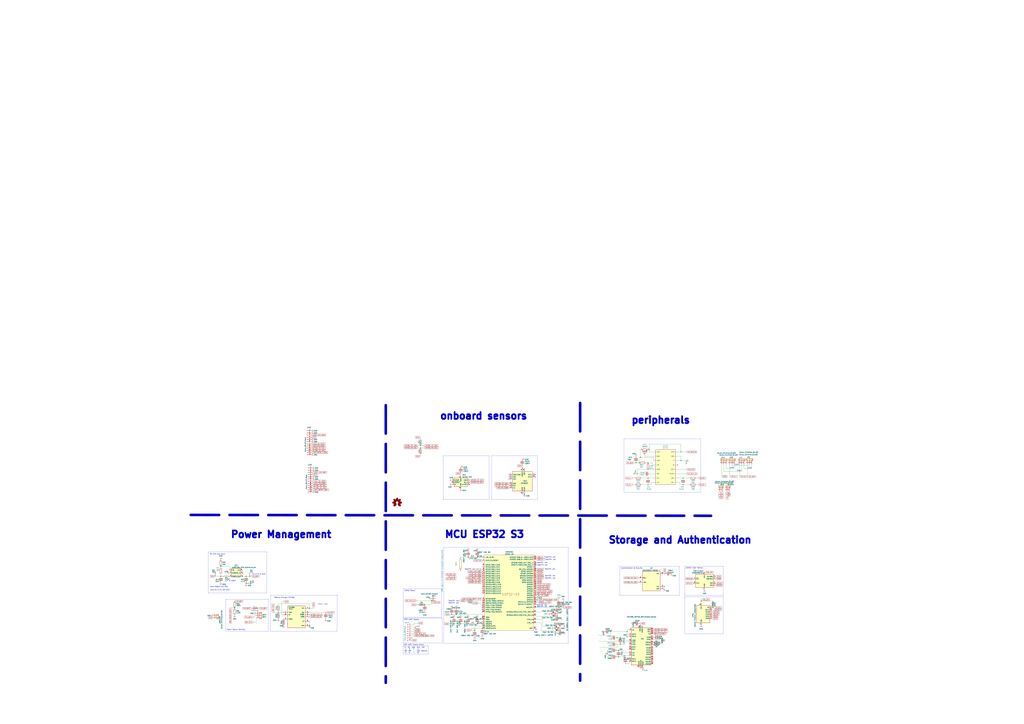
<source format=kicad_sch>
(kicad_sch (version 20211123) (generator eeschema)
  (paper "A0")
  (title_block (title "Smart Device LDAD NANO HX- Prototype Dev. Board") (rev "5.3") (company "AeonLabs") (comment 1 "License CC 2022"))
  (junction (at 608.965 574.421))
  (junction (at 359.537 726.948))
  (junction (at 488.188 520.319))
  (junction (at 716.534 740.918))
  (junction (at 554.228 647.446))
  (junction (at 534.797 724.916))
  (junction (at 766.064 746.506))
  (junction (at 814.197 698.373))
  (junction (at 646.303 727.583))
  (junction (at 743.204 726.948))
  (junction (at 543.56 724.916))
  (junction (at 623.57 696.976))
  (junction (at 720.344 748.538))
  (junction (at 738.505 537.718))
  (junction (at 272.415 706.374))
  (junction (at 281.686 665.734))
  (junction (at 720.344 740.918))
  (junction (at 281.686 669.544))
  (junction (at 642.747 710.946))
  (junction (at 524.51 713.994))
  (junction (at 527.177 724.916))
  (junction (at 753.745 522.478))
  (junction (at 551.18 732.155))
  (junction (at 359.537 706.628))
  (junction (at 560.07 729.996))
  (junction (at 642.747 716.026))
  (junction (at 766.064 748.03))
  (junction (at 500.888 697.865))
  (junction (at 285.75 677.799))
  (junction (at 256.413 657.987))
  (junction (at 272.415 706.247))
  (junction (at 606.425 543.941))
  (junction (at 493.268 702.564))
  (junction (at 560.07 724.916))
  (junction (at 323.088 711.708))
  (junction (at 743.585 531.368))
  (junction (at 827.786 705.993))
  (junction (at 543.56 647.446))
  (junction (at 646.303 732.663))
  (junction (at 752.475 563.118))
  (junction (at 790.575 535.178))
  (junction (at 790.575 525.018))
  (junction (at 746.506 775.97))
  (junction (at 705.358 759.587))
  (junction (at 289.814 669.544))
  (junction (at 554.228 724.916))
  (junction (at 728.218 733.806))
  (junction (at 752.475 555.498))
  (junction (at 742.315 537.718))
  (junction (at 560.07 717.296))
  (junction (at 744.22 775.97))
  (junction (at 752.475 545.338))
  (junction (at 709.168 733.806))
  (junction (at 793.115 555.498))
  (junction (at 718.312 763.27))
  (junction (at 256.413 658.114))
  (junction (at 488.188 517.779))
  (junction (at 718.312 755.65))
  (junction (at 739.775 550.418))
  (junction (at 793.115 563.118))
  (junction (at 256.413 669.544))
  (junction (at 648.97 705.866))
  (junction (at 752.475 537.718))
  (junction (at 285.75 669.544))
  (junction (at 529.717 713.994))
  (no_connect (at 560.07 703.326))
  (no_connect (at 560.07 705.866))
  (no_connect (at 560.07 708.406))
  (no_connect (at 560.07 710.946))
  (no_connect (at 591.185 554.101))
  (no_connect (at 621.665 551.561))
  (no_connect (at 621.665 554.101))
  (no_connect (at 786.765 540.258))
  (no_connect (at 591.185 556.641))
  (no_connect (at 622.3 656.336))
  (no_connect (at 534.797 662.686))
  (no_connect (at 477.774 741.299))
  (no_connect (at 622.3 702.056))
  (no_connect (at 622.3 653.796))
  (no_connect (at 622.3 699.516))
  (no_connect (at 591.185 551.561))
  (no_connect (at 545.211 562.991))
  (no_connect (at 524.891 560.451))
  (no_connect (at 771.525 681.609))
  (wire (pts (xy 323.088 701.802) (xy 359.537 701.802)))
  (wire (pts (xy 327.279 699.008) (xy 329.184 699.008)))
  (wire (pts (xy 554.228 724.916) (xy 560.07 724.916)))
  (wire (pts (xy 555.879 700.786) (xy 560.07 700.786)))
  (wire (pts (xy 827.786 705.993) (xy 826.897 705.993)))
  (polyline (pts (xy 813.435 509.778) (xy 724.535 509.778)))
  (polyline (pts (xy 514.477 580.39) (xy 514.477 529.463)))
  (wire (pts (xy 814.197 698.373) (xy 827.786 698.373)))
  (wire (pts (xy 758.825 535.178) (xy 758.825 531.368)))
  (wire (pts (xy 285.75 669.544) (xy 289.814 669.544)))
  (wire (pts (xy 752.475 563.118) (xy 744.855 563.118)))
  (polyline (pts (xy 497.459 759.968) (xy 497.459 750.316)))
  (wire (pts (xy 608.965 543.941) (xy 606.425 543.941)))
  (wire (pts (xy 629.92 727.583) (xy 646.303 727.583)))
  (wire (pts (xy 746.506 775.97) (xy 746.506 775.462)))
  (wire (pts (xy 551.18 724.916) (xy 554.228 724.916)))
  (wire (pts (xy 716.534 748.538) (xy 716.534 751.967)))
  (wire (pts (xy 716.661 748.538) (xy 720.344 748.538)))
  (polyline (pts (xy 624.078 529.463) (xy 624.078 580.39)))
  (wire (pts (xy 730.504 737.108) (xy 728.218 737.108)))
  (wire (pts (xy 838.073 539.369) (xy 838.073 553.466)))
  (wire (pts (xy 541.147 698.246) (xy 541.782 698.246)))
  (wire (pts (xy 359.537 706.628) (xy 359.537 701.802)))
  (wire (pts (xy 534.797 724.916) (xy 543.56 724.916)))
  (wire (pts (xy 786.765 525.018) (xy 790.575 525.018)))
  (wire (pts (xy 756.285 563.118) (xy 752.475 563.118)))
  (wire (pts (xy 281.686 665.734) (xy 281.686 669.544)))
  (wire (pts (xy 872.998 544.576) (xy 872.998 539.242)))
  (wire (pts (xy 624.205 696.976) (xy 623.57 696.976)))
  (wire (pts (xy 527.177 724.916) (xy 534.797 724.916)))
  (wire (pts (xy 746.506 775.97) (xy 744.22 775.97)))
  (wire (pts (xy 786.765 530.098) (xy 790.575 530.098)))
  (wire (pts (xy 741.934 775.208) (xy 741.934 775.97)))
  (wire (pts (xy 723.773 763.27) (xy 718.312 763.27)))
  (wire (pts (xy 758.444 742.95) (xy 766.064 742.95)))
  (wire (pts (xy 743.204 726.948) (xy 745.744 726.948)))
  (wire (pts (xy 789.305 563.118) (xy 793.115 563.118)))
  (wire (pts (xy 728.218 733.806) (xy 709.168 733.806)))
  (wire (pts (xy 758.825 545.338) (xy 752.475 545.338)))
  (wire (pts (xy 323.088 710.565) (xy 323.088 711.708)))
  (wire (pts (xy 483.87 697.865) (xy 500.888 697.865)))
  (wire (pts (xy 766.064 742.95) (xy 766.064 746.506)))
  (wire (pts (xy 551.18 647.446) (xy 554.228 647.446)))
  (wire (pts (xy 758.825 550.418) (xy 755.015 550.418)))
  (polyline (pts (xy 570.738 580.39) (xy 570.738 529.463)))
  (polyline (pts (xy 794.893 691.515) (xy 794.893 657.987)))
  (polyline (pts (xy 513.334 718.185) (xy 468.376 718.185)))
  (wire (pts (xy 757.555 537.718) (xy 752.475 537.718)))
  (wire (pts (xy 622.3 705.866) (xy 648.97 705.866)))
  (wire (pts (xy 480.822 724.027) (xy 485.14 724.027)))
  (polyline (pts (xy 570.738 529.463) (xy 624.078 529.463)))
  (wire (pts (xy 758.825 531.368) (xy 743.585 531.368)))
  (wire (pts (xy 847.471 539.369) (xy 847.471 553.593)))
  (polyline (pts (xy 724.535 572.008) (xy 813.435 572.008)))
  (wire (pts (xy 628.396 732.663) (xy 628.396 723.646)))
  (wire (pts (xy 547.243 729.996) (xy 560.07 729.996)))
  (wire (pts (xy 790.575 530.098) (xy 790.575 535.178)))
  (wire (pts (xy 766.064 748.03) (xy 766.064 749.046)))
  (wire (pts (xy 789.305 560.578) (xy 789.305 563.118)))
  (polyline (pts (xy 468.122 717.169) (xy 468.122 684.149)))
  (wire (pts (xy 728.218 732.028) (xy 728.218 733.806)))
  (wire (pts (xy 623.57 696.976) (xy 622.3 696.976)))
  (wire (pts (xy 737.235 555.498) (xy 734.695 555.498)))
  (wire (pts (xy 648.97 705.866) (xy 653.796 705.866)))
  (wire (pts (xy 739.775 545.338) (xy 739.775 550.418)))
  (wire (pts (xy 705.358 755.65) (xy 705.358 759.587)))
  (polyline (pts (xy 468.376 747.141) (xy 513.334 747.141)))
  (polyline (pts (xy 311.658 696.341) (xy 311.658 733.425)))
  (wire (pts (xy 522.605 713.994) (xy 524.51 713.994)))
  (wire (pts (xy 736.346 537.718) (xy 738.505 537.718)))
  (polyline (pts (xy 514.477 580.39) (xy 567.817 580.39)))
  (wire (pts (xy 500.888 697.865) (xy 500.888 702.564)))
  (wire (pts (xy 640.207 713.486) (xy 639.318 713.486)))
  (wire (pts (xy 295.529 717.042) (xy 295.529 715.137)))
  (polyline (pts (xy 813.435 572.008) (xy 813.435 509.778)))
  (polyline (pts (xy 794.893 657.987) (xy 839.978 657.987)))
  (wire (pts (xy 488.188 527.939) (xy 488.188 530.225)))
  (wire (pts (xy 766.064 746.506) (xy 766.064 748.03)))
  (wire (pts (xy 359.537 711.708) (xy 378.333 711.708)))
  (polyline (pts (xy 241.935 689.102) (xy 241.935 641.223)))
  (polyline (pts (xy 673.608 468.249) (xy 673.608 790.829)) (stroke (width 3)))
  (wire (pts (xy 477.774 731.139) (xy 480.568 731.139)))
  (wire (pts (xy 363.982 705.993) (xy 363.982 706.628)))
  (wire (pts (xy 744.22 775.97) (xy 741.934 775.97)))
  (wire (pts (xy 843.153 544.322) (xy 852.551 544.322)))
  (wire (pts (xy 730.504 763.778) (xy 726.186 763.778)))
  (wire (pts (xy 363.982 706.628) (xy 359.537 706.628)))
  (wire (pts (xy 757.555 540.258) (xy 757.555 537.718)))
  (wire (pts (xy 608.965 574.421) (xy 606.425 574.421)))
  (wire (pts (xy 359.537 721.868) (xy 359.537 726.948)))
  (wire (pts (xy 808.355 555.498) (xy 810.895 555.498)))
  (wire (pts (xy 752.475 545.338) (xy 739.775 545.338)))
  (wire (pts (xy 559.943 695.706) (xy 560.07 695.706)))
  (wire (pts (xy 768.731 748.03) (xy 766.064 748.03)))
  (wire (pts (xy 786.765 545.338) (xy 796.925 545.338)))
  (wire (pts (xy 725.678 743.966) (xy 725.678 740.918)))
  (wire (pts (xy 560.07 727.456) (xy 551.18 727.456)))
  (wire (pts (xy 723.773 758.698) (xy 723.773 755.65)))
  (polyline (pts (xy 311.658 733.425) (xy 262.255 733.298)))
  (wire (pts (xy 742.315 537.718) (xy 742.315 531.368)))
  (polyline (pts (xy 513.08 684.149) (xy 513.08 717.296)))
  (wire (pts (xy 729.488 739.648) (xy 730.504 739.648)))
  (wire (pts (xy 827.786 705.993) (xy 828.802 705.993)))
  (wire (pts (xy 723.773 755.65) (xy 718.312 755.65)))
  (polyline (pts (xy 795.02 694.69) (xy 795.02 736.219)))
  (wire (pts (xy 725.678 740.918) (xy 720.344 740.918)))
  (wire (pts (xy 716.534 740.918) (xy 720.344 740.918)))
  (wire (pts (xy 739.775 550.418) (xy 747.395 550.418)))
  (wire (pts (xy 756.285 560.578) (xy 756.285 563.118)))
  (wire (pts (xy 705.358 763.27) (xy 709.168 763.27)))
  (wire (pts (xy 485.775 517.779) (xy 488.188 517.779)))
  (wire (pts (xy 297.561 717.677) (xy 297.561 722.884)))
  (wire (pts (xy 549.402 698.246) (xy 560.07 698.246)))
  (wire (pts (xy 285.75 678.688) (xy 285.75 677.799)))
  (wire (pts (xy 737.235 563.118) (xy 734.822 563.118)))
  (wire (pts (xy 790.575 535.178) (xy 796.925 535.178)))
  (wire (pts (xy 554.228 647.446) (xy 560.07 647.446)))
  (polyline (pts (xy 468.376 718.185) (xy 468.376 747.141)))
  (polyline (pts (xy 795.02 693.293) (xy 795.02 694.563)))
  (wire (pts (xy 843.153 539.369) (xy 843.153 544.322)))
  (polyline (pts (xy 314.198 691.642) (xy 313.817 733.425)))
  (polyline (pts (xy 839.978 736.219) (xy 839.978 693.293)))
  (wire (pts (xy 477.774 728.599) (xy 480.822 728.599)))
  (polyline (pts (xy 513.334 718.185) (xy 513.334 747.141)))
  (wire (pts (xy 256.413 658.114) (xy 256.413 657.987)))
  (wire (pts (xy 488.188 517.779) (xy 492.252 517.779)))
  (wire (pts (xy 743.204 724.408) (xy 743.204 726.948)))
  (polyline (pts (xy 567.817 529.463) (xy 567.817 580.39)))
  (wire (pts (xy 790.575 525.018) (xy 796.925 525.018)))
  (wire (pts (xy 852.551 544.322) (xy 852.551 539.369)))
  (wire (pts (xy 650.367 719.074) (xy 650.24 719.074)))
  (wire (pts (xy 752.475 555.498) (xy 744.855 555.498)))
  (polyline (pts (xy 221.488 598.297) (xy 825.627 599.313)) (stroke (width 3)))
  (wire (pts (xy 716.661 755.65) (xy 718.312 755.65)))
  (polyline (pts (xy 724.535 509.778) (xy 724.535 572.008)))
  (polyline (pts (xy 839.978 693.293) (xy 795.02 693.293)))
  (wire (pts (xy 289.814 669.544) (xy 291.338 669.544)))
  (wire (pts (xy 709.168 733.806) (xy 708.66 733.806)))
  (polyline (pts (xy 241.935 641.223) (xy 309.88 641.223)))
  (polyline (pts (xy 447.929 470.789) (xy 447.929 793.369)) (stroke (width 3)))
  (wire (pts (xy 642.747 716.026) (xy 642.747 719.074)))
  (wire (pts (xy 281.686 662.432) (xy 281.686 665.734)))
  (wire (pts (xy 705.358 759.587) (xy 705.358 763.27)))
  (wire (pts (xy 786.765 555.498) (xy 793.115 555.498)))
  (wire (pts (xy 743.585 531.368) (xy 743.585 522.478)))
  (wire (pts (xy 551.18 732.155) (xy 547.243 732.155)))
  (polyline (pts (xy 513.207 717.169) (xy 468.122 717.169)))
  (wire (pts (xy 477.774 736.219) (xy 480.568 736.219)))
  (wire (pts (xy 560.07 722.376) (xy 560.07 724.916)))
  (wire (pts (xy 814.197 698.373) (xy 814.197 700.913)))
  (wire (pts (xy 256.413 657.987) (xy 266.446 657.987)))
  (wire (pts (xy 840.613 547.751) (xy 861.314 547.751)))
  (wire (pts (xy 646.303 732.663) (xy 646.303 735.711)))
  (wire (pts (xy 485.775 520.319) (xy 488.188 520.319)))
  (wire (pts (xy 606.425 541.147) (xy 606.425 543.941)))
  (wire (pts (xy 758.825 540.258) (xy 757.555 540.258)))
  (wire (pts (xy 739.775 550.418) (xy 737.87 550.418)))
  (wire (pts (xy 272.415 706.374) (xy 272.415 707.009)))
  (wire (pts (xy 867.918 539.242) (xy 867.918 553.72)))
  (wire (pts (xy 256.413 659.638) (xy 256.413 658.114)))
  (wire (pts (xy 723.773 761.238) (xy 723.773 763.27)))
  (wire (pts (xy 730.504 768.604) (xy 730.504 771.398)))
  (wire (pts (xy 793.115 555.498) (xy 800.735 555.498)))
  (polyline (pts (xy 659.892 747.268) (xy 515.112 747.268)))
  (wire (pts (xy 653.796 698.246) (xy 653.796 697.611)))
  (polyline (pts (xy 839.978 657.987) (xy 839.978 691.515)))
  (polyline (pts (xy 262.255 696.214) (xy 311.658 696.341)))
  (wire (pts (xy 629.92 719.836) (xy 629.92 727.583)))
  (wire (pts (xy 488.188 520.319) (xy 492.252 520.319)))
  (wire (pts (xy 730.504 765.81) (xy 730.504 763.778)))
  (wire (pts (xy 297.561 722.884) (xy 294.259 722.884)))
  (wire (pts (xy 622.3 719.836) (xy 629.92 719.836)))
  (wire (pts (xy 521.843 724.916) (xy 527.177 724.916)))
  (wire (pts (xy 790.575 516.128) (xy 790.575 525.018)))
  (wire (pts (xy 753.745 516.128) (xy 790.575 516.128)))
  (wire (pts (xy 720.344 748.538) (xy 725.678 748.538)))
  (wire (pts (xy 653.923 735.711) (xy 653.796 735.711)))
  (wire (pts (xy 730.504 761.238) (xy 723.773 761.238)))
  (polyline (pts (xy 313.817 733.425) (xy 391.287 733.679)))
  (polyline (pts (xy 788.924 658.241) (xy 788.924 691.769)))
  (wire (pts (xy 772.033 666.369) (xy 771.525 666.369)))
  (polyline (pts (xy 309.88 641.223) (xy 309.88 689.102)))
  (wire (pts (xy 840.613 539.369) (xy 840.613 547.751)))
  (wire (pts (xy 560.07 713.994) (xy 560.07 717.296)))
  (wire (pts (xy 258.826 669.544) (xy 256.413 669.544)))
  (wire (pts (xy 861.314 547.751) (xy 861.314 539.369)))
  (wire (pts (xy 858.774 539.369) (xy 858.774 553.593)))
  (wire (pts (xy 753.745 522.478) (xy 753.745 516.128)))
  (polyline (pts (xy 839.978 691.515) (xy 794.893 691.515)))
  (polyline (pts (xy 659.892 635.762) (xy 659.892 747.268)))
  (wire (pts (xy 646.303 725.678) (xy 646.303 727.583)))
  (wire (pts (xy 316.992 711.708) (xy 323.088 711.708)))
  (wire (pts (xy 560.07 717.296) (xy 560.07 719.836)))
  (polyline (pts (xy 468.122 750.316) (xy 497.459 750.316)))
  (wire (pts (xy 267.462 706.374) (xy 272.415 706.374)))
  (wire (pts (xy 730.504 745.998) (xy 725.678 745.998)))
  (wire (pts (xy 327.279 714.248) (xy 329.057 714.248)))
  (wire (pts (xy 480.822 726.059) (xy 480.822 724.027)))
  (polyline (pts (xy 262.255 696.214) (xy 262.255 733.298)))
  (wire (pts (xy 323.088 711.708) (xy 329.057 711.708)))
  (wire (pts (xy 266.446 662.432) (xy 266.446 657.987)))
  (wire (pts (xy 327.279 714.248) (xy 327.279 699.008)))
  (polyline (pts (xy 515.112 635.762) (xy 659.892 635.762)))
  (wire (pts (xy 746.506 776.478) (xy 746.506 775.97)))
  (wire (pts (xy 249.936 669.544) (xy 256.413 669.544)))
  (wire (pts (xy 725.678 745.998) (xy 725.678 748.538)))
  (wire (pts (xy 709.041 755.65) (xy 705.358 755.65)))
  (wire (pts (xy 716.534 740.918) (xy 716.534 744.982)))
  (wire (pts (xy 642.747 709.041) (xy 642.747 710.946)))
  (wire (pts (xy 758.825 530.098) (xy 748.665 530.098)))
  (polyline (pts (xy 514.477 529.463) (xy 567.817 529.463)))
  (wire (pts (xy 696.468 751.967) (xy 716.534 751.967)))
  (wire (pts (xy 624.586 700.024) (xy 623.57 700.024)))
  (wire (pts (xy 716.788 763.27) (xy 718.312 763.27)))
  (polyline (pts (xy 468.122 759.968) (xy 497.459 759.968)))
  (wire (pts (xy 551.18 727.456) (xy 551.18 732.155)))
  (wire (pts (xy 752.475 537.718) (xy 749.935 537.718)))
  (wire (pts (xy 694.69 737.997) (xy 709.168 737.997)))
  (wire (pts (xy 768.731 740.41) (xy 766.064 740.41)))
  (wire (pts (xy 850.011 539.369) (xy 850.011 540.893)))
  (wire (pts (xy 709.168 733.806) (xy 709.168 737.997)))
  (wire (pts (xy 828.802 708.533) (xy 826.897 708.533)))
  (polyline (pts (xy 795.02 736.219) (xy 839.978 736.219)))
  (wire (pts (xy 483.87 702.564) (xy 485.648 702.564)))
  (wire (pts (xy 591.185 566.801) (xy 591.058 566.801)))
  (wire (pts (xy 623.57 700.024) (xy 623.57 696.976)))
  (wire (pts (xy 730.504 771.398) (xy 726.186 771.398)))
  (wire (pts (xy 653.923 725.678) (xy 653.923 727.456)))
  (wire (pts (xy 529.717 713.994) (xy 560.07 713.994)))
  (wire (pts (xy 742.315 531.368) (xy 743.585 531.368)))
  (wire (pts (xy 477.774 726.059) (xy 480.822 726.059)))
  (wire (pts (xy 622.3 710.946) (xy 642.747 710.946)))
  (wire (pts (xy 786.765 550.418) (xy 796.925 550.418)))
  (wire (pts (xy 488.188 508.127) (xy 488.188 510.159)))
  (wire (pts (xy 753.745 525.018) (xy 753.745 522.478)))
  (wire (pts (xy 323.088 701.802) (xy 323.088 702.945)))
  (wire (pts (xy 281.686 669.544) (xy 285.75 669.544)))
  (wire (pts (xy 622.3 716.026) (xy 622.3 714.756)))
  (wire (pts (xy 758.825 560.578) (xy 756.285 560.578)))
  (wire (pts (xy 744.22 775.97) (xy 744.22 775.208)))
  (wire (pts (xy 730.504 732.028) (xy 728.218 732.028)))
  (wire (pts (xy 758.825 555.498) (xy 752.475 555.498)))
  (polyline (pts (xy 515.112 747.268) (xy 515.112 635.762)))
  (wire (pts (xy 730.504 743.966) (xy 725.678 743.966)))
  (wire (pts (xy 633.984 700.024) (xy 632.206 700.024)))
  (wire (pts (xy 695.198 744.982) (xy 716.534 744.982)))
  (wire (pts (xy 646.303 732.663) (xy 628.396 732.663)))
  (polyline (pts (xy 719.709 691.769) (xy 719.709 658.241)))
  (polyline (pts (xy 391.287 733.679) (xy 391.541 691.515)))
  (wire (pts (xy 256.413 669.544) (xy 256.413 667.258)))
  (wire (pts (xy 863.854 544.576) (xy 872.998 544.576)))
  (polyline (pts (xy 570.738 580.39) (xy 624.078 580.39)))
  (polyline (pts (xy 719.709 658.241) (xy 788.924 658.241)))
  (wire (pts (xy 870.458 539.242) (xy 870.458 540.893)))
  (wire (pts (xy 524.51 713.994) (xy 529.717 713.994)))
  (polyline (pts (xy 309.88 689.102) (xy 241.935 689.102)))
  (wire (pts (xy 559.181 661.416) (xy 560.07 661.416)))
  (wire (pts (xy 500.888 702.564) (xy 493.268 702.564)))
  (wire (pts (xy 628.396 723.646) (xy 622.3 723.646)))
  (wire (pts (xy 643.763 730.123) (xy 642.874 730.123)))
  (wire (pts (xy 295.529 715.137) (xy 297.561 715.137)))
  (wire (pts (xy 793.115 563.118) (xy 800.735 563.118)))
  (polyline (pts (xy 468.122 684.149) (xy 513.08 684.149)))
  (wire (pts (xy 850.011 540.893) (xy 870.458 540.893)))
  (wire (pts (xy 648.97 698.246) (xy 648.97 695.833)))
  (wire (pts (xy 534.797 647.446) (xy 543.56 647.446)))
  (wire (pts (xy 808.355 563.118) (xy 810.768 563.118)))
  (wire (pts (xy 477.774 738.759) (xy 480.568 738.759)))
  (wire (pts (xy 535.051 550.037) (xy 535.051 552.831)))
  (polyline (pts (xy 468.122 750.316) (xy 468.122 759.968)))
  (wire (pts (xy 730.504 758.698) (xy 723.773 758.698)))
  (wire (pts (xy 863.854 539.369) (xy 863.854 544.576)))
  (wire (pts (xy 728.218 737.108) (xy 728.218 733.806)))
  (wire (pts (xy 650.367 709.041) (xy 650.367 710.819)))
  (wire (pts (xy 285.75 677.799) (xy 285.75 677.164)))
  (wire (pts (xy 786.765 535.178) (xy 790.575 535.178)))
  (wire (pts (xy 758.825 525.018) (xy 753.745 525.018)))
  (wire (pts (xy 814.197 696.722) (xy 814.197 698.373)))
  (wire (pts (xy 786.765 560.578) (xy 789.305 560.578)))
  (wire (pts (xy 738.505 537.718) (xy 742.315 537.718)))
  (polyline (pts (xy 391.541 691.515) (xy 314.198 691.642)))
  (wire (pts (xy 642.747 716.026) (xy 622.3 716.026)))
  (wire (pts (xy 477.774 733.679) (xy 480.568 733.679)))
  (wire (pts (xy 272.415 706.247) (xy 272.415 706.374)))
  (wire (pts (xy 547.243 732.155) (xy 547.243 729.996)))
  (polyline (pts (xy 788.924 691.769) (xy 719.709 691.769)))
  (wire (pts (xy 294.386 717.042) (xy 295.529 717.042)))
  (text "black" (at 853.059 540.512 0) (effects (font (size 1.27 1.27)) (justify left bottom)))
  (text "Specific use" (at 623.57 654.431 0) (effects (font (size 1.27 1.27)) (justify left bottom)))
  (text "3V3: R1=47K; R2=15K;" (at 244.094 686.181 0) (effects (font (size 1.27 1.27)) (justify left bottom)))
  (text "white\n" (at 847.09 544.195 0) (effects (font (size 1.27 1.27)) (justify left bottom)))
  (text "ICSP UART Header" (at 469.011 720.725 0) (effects (font (size 1.27 1.27)) (justify left bottom)))
  (text "peripherals" (at 732.409 492.887 0) (effects (font (size 8 8) (thickness 2) bold) (justify left bottom)))
  (text "Vout=0.8x(1+R1/R2)" (at 243.713 682.498 0) (effects (font (size 1.27 1.27) italic) (justify left bottom)))
  (text "white\n" (at 867.664 544.449 0) (effects (font (size 1.27 1.27)) (justify left bottom)))
  (text "Specific use" (at 632.587 661.924 0) (effects (font (size 1.27 1.27)) (justify left bottom)))
  (text "DC 3V3 step down" (at 243.713 644.525 0) (effects (font (size 1.27 1.27)) (justify left bottom)))
  (text "Specific use" (at 632.714 669.798 0) (effects (font (size 1.27 1.27)) (justify left bottom)))
  (text "Battery Charger TP4056" (at 318.643 695.071 0) (effects (font (size 1.27 1.27)) (justify left bottom)))
  (text "Specific use" (at 632.968 648.081 0) (effects (font (size 1.27 1.27)) (justify left bottom)))
  (text "ESP32 Flash Memory\n" (at 796.163 660.654 0) (effects (font (size 1.27 1.27) italic) (justify left bottom)))
  (text "ESP32 Reset" (at 469.519 687.197 0) (effects (font (size 1.27 1.27) italic) (justify left bottom)))
  (text "Specific use" (at 623.316 705.612 0) (effects (font (size 1.27 1.27)) (justify left bottom)))
  (text "Specific use" (at 633.349 650.875 0) (effects (font (size 1.27 1.27)) (justify left bottom)))
  (text "1uF to 6.8uF" (at 261.366 675.64 0) (effects (font (size 1.27 1.27) italic) (justify left bottom)))
  (text "black" (at 855.599 547.497 0) (effects (font (size 1.27 1.27)) (justify left bottom)))
  (text "onboard sensors" (at 510.159 488.061 0) (effects (font (size 8 8) (thickness 2) bold) (justify left bottom)))
  (text "Specific use" (at 623.316 703.707 0) (effects (font (size 1.27 1.27)) (justify left bottom)))
  (text "ICSP UART Clamp pinout" (at 468.249 749.935 0) (effects (font (size 1.27 1.27) italic) (justify left bottom)))
  (text "VIN== 4V2\n" (at 369.443 702.818 0) (effects (font (size 1.27 1.27)) (justify left bottom)))
  (text "Specific use" (at 539.623 662.051 0) (effects (font (size 1.27 1.27)) (justify left bottom)))
  (text "Specific use" (at 623.697 657.225 0) (effects (font (size 1.27 1.27)) (justify left bottom)))
  (text "Storage and Authentication" (at 705.866 632.206 0) (effects (font (size 8 8) (thickness 2) bold) (justify left bottom)))
  (text "Power Management" (at 267.208 625.729 0) (effects (font (size 8 8) (thickness 2) bold) (justify left bottom)))
  (text "Authentication & Security" (at 721.106 660.908 0) (effects (font (size 1.27 1.27) italic) (justify left bottom)))
  (text "VIN 2.7V to 5.5V" (at 292.227 667.766 0) (effects (font (size 1.27 1.27) italic) (justify left bottom)))
  (text "Specific use" (at 520.827 698.881 0) (effects (font (size 1.27 1.27)) (justify left bottom)))
  (text "MCU ESP32 S3" (at 515.747 625.602 0) (effects (font (size 8 8) (thickness 2) bold) (justify left bottom)))
  (text "Power Status Sensing" (at 263.271 732.282 0) (effects (font (size 1.27 1.27)) (justify left bottom)))
  (text "Specific use" (at 632.841 672.465 0) (effects (font (size 1.27 1.27)) (justify left bottom)))
  (text "TX  RX  GND  5V0  TOP\n 4   3    2    1\nRST DTR  -   3V3  Bottom\n 5   6    7    8" (at 469.519 759.206 0) (effects (font (size 1.27 1.27)) (justify left bottom)))
  (text "Specific use" (at 520.7 701.294 0) (effects (font (size 1.27 1.27)) (justify left bottom)))
  (global_label "VIN_BAT" (shape input) (at 291.338 669.544 0) (property "Intersheet References" "${INTERSHEET_REFS}" (effects hide)))
  (global_label "CHIP_EN" (shape input) (at 500.888 700.024 0) (property "Intersheet References" "${INTERSHEET_REFS}" (effects hide)))
  (global_label "GPIO8_I2C_SDA" (shape input) (at 591.185 561.721 180) (property "Intersheet References" "${INTERSHEET_REFS}" (effects hide)))
  (global_label "STDBY_LED_G" (shape input) (at 359.537 714.248 0) (property "Intersheet References" "${INTERSHEET_REFS}" (effects hide)))
  (global_label "5V0" (shape input) (at 363.982 705.993 90) (property "Intersheet References" "${INTERSHEET_REFS}" (effects hide)))
  (global_label "3V3" (shape input) (at 535.051 550.037 180) (property "Intersheet References" "${INTERSHEET_REFS}" (effects hide)))
  (global_label "ESP_GPIO0_BOOT-DTR" (shape input) (at 624.205 696.976 0) (property "Intersheet References" "${INTERSHEET_REFS}" (effects hide)))
  (global_label "HX_3V3" (shape input) (at 736.346 537.718 180) (property "Intersheet References" "${INTERSHEET_REFS}" (effects hide)))
  (global_label "3V3" (shape input) (at 522.605 713.994 180) (property "Intersheet References" "${INTERSHEET_REFS}" (effects hide)))
  (global_label "VDD_SPI" (shape input) (at 818.007 664.845 0) (effects (font italic)) (property "Intersheet References" "${INTERSHEET_REFS}" (effects hide)))
  (global_label "LCD1_DC_IO05" (shape input) (at 560.07 666.496 180) (property "Intersheet References" "${INTERSHEET_REFS}" (effects hide)))
  (global_label "GPIO8_I2C_SDA" (shape input) (at 492.252 517.779 0) (property "Intersheet References" "${INTERSHEET_REFS}" (effects hide)))
  (global_label "HX_A-" (shape input) (at 734.695 555.498 180) (property "Intersheet References" "${INTERSHEET_REFS}" (effects hide)))
  (global_label "ESP_GPIO0_BOOT-DTR" (shape input) (at 480.568 738.759 0) (property "Intersheet References" "${INTERSHEET_REFS}" (effects hide)))
  (global_label "LCD1_CS_IO06" (shape input) (at 362.585 561.594 0) (property "Intersheet References" "${INTERSHEET_REFS}" (effects hide)))
  (global_label "3V3" (shape input) (at 249.936 669.544 180) (property "Intersheet References" "${INTERSHEET_REFS}" (effects hide)))
  (global_label "HX_3V3_IO" (shape input) (at 529.844 672.719 180) (property "Intersheet References" "${INTERSHEET_REFS}" (effects hide)))
  (global_label "VIN_BATF" (shape input) (at 294.386 717.042 180) (property "Intersheet References" "${INTERSHEET_REFS}" (effects hide)))
  (global_label "3V3" (shape input) (at 488.188 508.127 180) (property "Intersheet References" "${INTERSHEET_REFS}" (effects hide)))
  (global_label "CHRG_LED_R" (shape input) (at 359.537 716.788 0) (property "Intersheet References" "${INTERSHEET_REFS}" (effects hide)))
  (global_label "HX_SCK_IO" (shape input) (at 796.925 550.418 0) (property "Intersheet References" "${INTERSHEET_REFS}" (effects hide)))
  (global_label "RXD0" (shape input) (at 555.879 700.786 180) (property "Intersheet References" "${INTERSHEET_REFS}" (effects hide)))
  (global_label "SPIQ" (shape input) (at 622.3 674.116 0) (effects (font italic)) (property "Intersheet References" "${INTERSHEET_REFS}" (effects hide)))
  (global_label "RST_RTS_EN" (shape input) (at 480.568 736.219 0) (property "Intersheet References" "${INTERSHEET_REFS}" (effects hide)))
  (global_label "HX_SCK_IO" (shape input) (at 529.844 667.385 180) (property "Intersheet References" "${INTERSHEET_REFS}" (effects hide)))
  (global_label "SPID" (shape input) (at 830.707 669.925 0) (effects (font italic)) (property "Intersheet References" "${INTERSHEET_REFS}" (effects hide)))
  (global_label "VDD_SPI" (shape input) (at 653.796 705.866 0) (property "Intersheet References" "${INTERSHEET_REFS}" (effects hide)))
  (global_label "LCD2_DC_IO34" (shape input) (at 361.442 515.62 0) (property "Intersheet References" "${INTERSHEET_REFS}" (effects hide)))
  (global_label "SPIHD" (shape input) (at 826.897 711.073 0) (effects (font italic)) (property "Intersheet References" "${INTERSHEET_REFS}" (effects hide)))
  (global_label "SPIWP" (shape input) (at 830.707 677.545 0) (effects (font italic)) (property "Intersheet References" "${INTERSHEET_REFS}" (effects hide)))
  (global_label "GPIO9_I2C_SCL" (shape input) (at 492.252 520.319 0) (property "Intersheet References" "${INTERSHEET_REFS}" (effects hide)))
  (global_label "BAT_SENSE_IO37" (shape input) (at 622.3 689.356 0) (property "Intersheet References" "${INTERSHEET_REFS}" (effects hide)))
  (global_label "LCD2_RESET_IO36" (shape input) (at 361.442 525.78 0) (property "Intersheet References" "${INTERSHEET_REFS}" (effects hide)))
  (global_label "HX_D_IO" (shape input) (at 796.925 545.338 0) (property "Intersheet References" "${INTERSHEET_REFS}" (effects hide)))
  (global_label "HX_A+" (shape input) (at 858.774 553.593 0) (property "Intersheet References" "${INTERSHEET_REFS}" (effects hide)))
  (global_label "LCD2_LED_IO33" (shape input) (at 361.442 505.46 0) (property "Intersheet References" "${INTERSHEET_REFS}" (effects hide)))
  (global_label "GPIO9_I2C_SCL" (shape input) (at 758.444 733.806 0) (property "Intersheet References" "${INTERSHEET_REFS}" (effects hide)))
  (global_label "HX_A+" (shape input) (at 734.822 563.118 180) (property "Intersheet References" "${INTERSHEET_REFS}" (effects hide)))
  (global_label "GPIO9_I2C_SCL" (shape input) (at 361.442 520.7 0) (property "Intersheet References" "${INTERSHEET_REFS}" (effects hide)))
  (global_label "3V3" (shape input) (at 361.442 508 0) (property "Intersheet References" "${INTERSHEET_REFS}" (effects hide)))
  (global_label "GND" (shape input) (at 846.709 570.738 270) (property "Intersheet References" "${INTERSHEET_REFS}" (effects hide)))
  (global_label "RST_RTS_EN" (shape input) (at 483.87 697.865 180) (property "Intersheet References" "${INTERSHEET_REFS}" (effects hide)))
  (global_label "LCD2_DC_IO34" (shape input) (at 622.3 681.736 0) (property "Intersheet References" "${INTERSHEET_REFS}" (effects hide)))
  (global_label "3V3" (shape input) (at 772.033 666.369 90) (property "Intersheet References" "${INTERSHEET_REFS}" (effects hide)))
  (global_label "LCD2_RESET_IO36" (shape input) (at 622.3 686.816 0) (property "Intersheet References" "${INTERSHEET_REFS}" (effects hide)))
  (global_label "SPIWP" (shape input) (at 826.897 713.613 0) (effects (font italic)) (property "Intersheet References" "${INTERSHEET_REFS}" (effects hide)))
  (global_label "3V3" (shape input) (at 488.188 530.225 180) (property "Intersheet References" "${INTERSHEET_REFS}" (effects hide)))
  (global_label "RXD0" (shape input) (at 480.568 733.679 0) (property "Intersheet References" "${INTERSHEET_REFS}" (effects hide)))
  (global_label "VIN_BATF" (shape input) (at 292.608 706.755 180) (property "Intersheet References" "${INTERSHEET_REFS}" (effects hide)))
  (global_label "GPIO9_I2C_SCL" (shape input) (at 545.211 560.451 0) (property "Intersheet References" "${INTERSHEET_REFS}" (effects hide)))
  (global_label "CHIP_EN" (shape input) (at 560.07 651.256 180) (property "Intersheet References" "${INTERSHEET_REFS}" (effects hide)))
  (global_label "USB_D+" (shape input) (at 622.3 649.986 0) (property "Intersheet References" "${INTERSHEET_REFS}" (effects hide)))
  (global_label "VDD_SPI" (shape input) (at 814.197 696.722 0) (effects (font italic)) (property "Intersheet References" "${INTERSHEET_REFS}" (effects hide)))
  (global_label "GPIO9_I2C_SCL" (shape input) (at 485.775 520.319 180) (property "Intersheet References" "${INTERSHEET_REFS}" (effects hide)))
  (global_label "SPIQ" (shape input) (at 830.707 672.465 0) (effects (font italic)) (property "Intersheet References" "${INTERSHEET_REFS}" (effects hide)))
  (global_label "LCD1_CS_IO06" (shape input) (at 560.07 669.036 180) (property "Intersheet References" "${INTERSHEET_REFS}" (effects hide)))
  (global_label "HX_D_IO" (shape input) (at 529.844 670.052 180) (property "Intersheet References" "${INTERSHEET_REFS}" (effects hide)))
  (global_label "SPICS1" (shape input) (at 622.3 661.416 0) (effects (font italic)) (property "Intersheet References" "${INTERSHEET_REFS}" (effects hide)))
  (global_label "LCD2_CS_IO35" (shape input) (at 361.442 518.16 0) (property "Intersheet References" "${INTERSHEET_REFS}" (effects hide)))
  (global_label "GPIO8_I2C_SDA" (shape input) (at 758.444 731.266 0) (property "Intersheet References" "${INTERSHEET_REFS}" (effects hide)))
  (global_label "TXD0" (shape input) (at 541.147 698.246 180) (property "Intersheet References" "${INTERSHEET_REFS}" (effects hide)))
  (global_label "LCD2_CS_IO35" (shape input) (at 622.3 684.276 0) (property "Intersheet References" "${INTERSHEET_REFS}" (effects hide)))
  (global_label "IMU_CS_IO38" (shape input) (at 622.3 691.896 0) (effects (font italic)) (property "Intersheet References" "${INTERSHEET_REFS}" (effects hide)))
  (global_label "HX_3V3_IO" (shape input) (at 796.925 525.018 0) (property "Intersheet References" "${INTERSHEET_REFS}" (effects hide)))
  (global_label "LCD1_LED_IO04" (shape input) (at 560.07 663.956 180) (property "Intersheet References" "${INTERSHEET_REFS}" (effects hide)))
  (global_label "SPICLK" (shape input) (at 805.307 677.545 180) (effects (font italic)) (property "Intersheet References" "${INTERSHEET_REFS}" (effects hide)))
  (global_label "SPICS1" (shape input) (at 828.802 705.993 0) (effects (font italic)) (property "Intersheet References" "${INTERSHEET_REFS}" (effects hide)))
  (global_label "GPIO8_I2C_SDA" (shape input) (at 485.775 517.779 180) (property "Intersheet References" "${INTERSHEET_REFS}" (effects hide)))
  (global_label "SPIHD" (shape input) (at 622.3 663.956 0) (effects (font italic)) (property "Intersheet References" "${INTERSHEET_REFS}" (effects hide)))
  (global_label "SPID" (shape input) (at 826.897 718.693 0) (effects (font italic)) (property "Intersheet References" "${INTERSHEET_REFS}" (effects hide)))
  (global_label "3V3" (shape input) (at 477.774 743.839 0) (property "Intersheet References" "${INTERSHEET_REFS}" (effects hide)))
  (global_label "GPIO9_I2C_SCL" (shape input) (at 362.585 564.134 0) (property "Intersheet References" "${INTERSHEET_REFS}" (effects hide)))
  (global_label "3V3" (shape input) (at 547.243 732.155 180) (property "Intersheet References" "${INTERSHEET_REFS}" (effects hide)))
  (global_label "GPIO9_I2C_SCL" (shape input) (at 591.185 564.261 180) (property "Intersheet References" "${INTERSHEET_REFS}" (effects hide)))
  (global_label "SPIQ" (shape input) (at 826.897 716.153 0) (effects (font italic)) (property "Intersheet References" "${INTERSHEET_REFS}" (effects hide)))
  (global_label "SPICLK" (shape input) (at 622.3 671.576 0) (effects (font italic)) (property "Intersheet References" "${INTERSHEET_REFS}" (effects hide)))
  (global_label "LCD1_RESET_IO07" (shape input) (at 560.07 671.576 180) (property "Intersheet References" "${INTERSHEET_REFS}" (effects hide)))
  (global_label "HX_B-" (shape input) (at 810.768 563.118 0) (property "Intersheet References" "${INTERSHEET_REFS}" (effects hide)))
  (global_label "BAT_SENSE_IO37" (shape input) (at 267.462 706.374 270) (property "Intersheet References" "${INTERSHEET_REFS}" (effects hide)))
  (global_label "HX_3V3" (shape input) (at 844.169 570.738 270) (property "Intersheet References" "${INTERSHEET_REFS}" (effects hide)))
  (global_label "ESP_GPIO0_BOOT-DTR" (shape input) (at 559.943 695.706 180) (property "Intersheet References" "${INTERSHEET_REFS}" (effects hide)))
  (global_label "VIN_BAT" (shape input) (at 378.333 711.708 0) (property "Intersheet References" "${INTERSHEET_REFS}" (effects hide)))
  (global_label "GPIO8_I2C_SDA" (shape input) (at 362.585 566.674 0) (property "Intersheet References" "${INTERSHEET_REFS}" (effects hide)))
  (global_label "SPIHD" (shape input) (at 830.707 680.085 0) (effects (font italic)) (property "Intersheet References" "${INTERSHEET_REFS}" (effects hide)))
  (global_label "VIN_BAT" (shape input) (at 300.228 706.755 0) (property "Intersheet References" "${INTERSHEET_REFS}" (effects hide)))
  (global_label "GPIO8_I2C_SDA" (shape input) (at 560.07 674.116 180) (property "Intersheet References" "${INTERSHEET_REFS}" (effects hide)))
  (global_label "3V3" (shape input) (at 362.585 551.434 0) (property "Intersheet References" "${INTERSHEET_REFS}" (effects hide)))
  (global_label "GND" (shape input) (at 838.073 553.466 0) (property "Intersheet References" "${INTERSHEET_REFS}" (effects hide)))
  (global_label "LCD2_LED_IO33" (shape input) (at 622.3 679.196 0) (property "Intersheet References" "${INTERSHEET_REFS}" (effects hide)))
  (global_label "HX_B-" (shape input) (at 835.914 570.738 270) (property "Intersheet References" "${INTERSHEET_REFS}" (effects hide)))
  (global_label "LCD1_DC_IO05" (shape input) (at 362.585 559.054 0) (property "Intersheet References" "${INTERSHEET_REFS}" (effects hide)))
  (global_label "3V3" (shape input) (at 743.204 724.408 0) (property "Intersheet References" "${INTERSHEET_REFS}" (effects hide)))
  (global_label "GPIO9_I2C_SCL" (shape input) (at 741.045 671.449 180) (property "Intersheet References" "${INTERSHEET_REFS}" (effects hide)))
  (global_label "3V3" (shape input) (at 483.87 702.564 180) (property "Intersheet References" "${INTERSHEET_REFS}" (effects hide)))
  (global_label "3V3" (shape input) (at 606.425 541.147 180) (property "Intersheet References" "${INTERSHEET_REFS}" (effects hide)))
  (global_label "HX_B+" (shape input) (at 810.895 555.498 0) (property "Intersheet References" "${INTERSHEET_REFS}" (effects hide)))
  (global_label "SPICS0" (shape input) (at 622.3 669.036 0) (effects (font italic)) (property "Intersheet References" "${INTERSHEET_REFS}" (effects hide)))
  (global_label "LCD1_RESET_IO07" (shape input) (at 362.585 569.214 0) (property "Intersheet References" "${INTERSHEET_REFS}" (effects hide)))
  (global_label "BAT_NTC" (shape input) (at 316.992 711.708 90) (property "Intersheet References" "${INTERSHEET_REFS}" (effects hide)))
  (global_label "GPIO8_I2C_SDA" (shape input) (at 545.211 557.911 0) (property "Intersheet References" "${INTERSHEET_REFS}" (effects hide)))
  (global_label "HX_3V3" (shape input) (at 867.918 553.72 0) (property "Intersheet References" "${INTERSHEET_REFS}" (effects hide)))
  (global_label "HX_A-" (shape input) (at 847.471 553.593 0) (property "Intersheet References" "${INTERSHEET_REFS}" (effects hide)))
  (global_label "USB_D-" (shape input) (at 622.3 647.446 0) (property "Intersheet References" "${INTERSHEET_REFS}" (effects hide)))
  (global_label "SPICLK" (shape input) (at 828.802 708.533 0) (effects (font italic)) (property "Intersheet References" "${INTERSHEET_REFS}" (effects hide)))
  (global_label "SPIWP" (shape input) (at 622.3 666.496 0) (effects (font italic)) (property "Intersheet References" "${INTERSHEET_REFS}" (effects hide)))
  (global_label "3V3" (shape input) (at 521.843 724.916 180) (property "Intersheet References" "${INTERSHEET_REFS}" (effects hide)))
  (global_label "TXD0" (shape input) (at 480.568 731.139 0) (property "Intersheet References" "${INTERSHEET_REFS}" (effects hide)))
  (global_label "GPIO8_I2C_SDA" (shape input) (at 361.442 523.24 0) (property "Intersheet References" "${INTERSHEET_REFS}" (effects hide)))
  (global_label "IMU_CS_IO38" (shape input) (at 591.058 566.801 180) (effects (font italic)) (property "Intersheet References" "${INTERSHEET_REFS}" (effects hide)))
  (global_label "HX_B+" (shape input) (at 838.454 570.738 270) (property "Intersheet References" "${INTERSHEET_REFS}" (effects hide)))
  (global_label "GPIO9_I2C_SCL" (shape input) (at 560.07 676.656 180) (property "Intersheet References" "${INTERSHEET_REFS}" (effects hide)))
  (global_label "3V3" (shape input) (at 633.984 700.024 0) (property "Intersheet References" "${INTERSHEET_REFS}" (effects hide)))
  (global_label "BAT_NTC" (shape input) (at 294.259 722.884 180) (property "Intersheet References" "${INTERSHEET_REFS}" (effects hide)))
  (global_label "5V0" (shape input) (at 247.65 717.677 180) (property "Intersheet References" "${INTERSHEET_REFS}" (effects hide)))
  (global_label "VIN_BAT" (shape input) (at 272.415 698.627 0) (property "Intersheet References" "${INTERSHEET_REFS}" (effects hide)))
  (global_label "5V0" (shape input) (at 329.184 699.008 0) (property "Intersheet References" "${INTERSHEET_REFS}" (effects hide)))
  (global_label "SPID" (shape input) (at 622.3 676.656 0) (effects (font italic)) (property "Intersheet References" "${INTERSHEET_REFS}" (effects hide)))
  (global_label "BIM_CS_IO04" (shape input) (at 758.444 736.346 0) (property "Intersheet References" "${INTERSHEET_REFS}" (effects hide)))
  (global_label "SPICS0" (shape input) (at 805.307 672.465 180) (effects (font italic)) (property "Intersheet References" "${INTERSHEET_REFS}" (effects hide)))
  (global_label "GPIO8_I2C_SDA" (shape input) (at 741.045 676.529 180) (property "Intersheet References" "${INTERSHEET_REFS}" (effects hide)))
  (global_label "5V0" (shape input) (at 485.14 724.027 0) (property "Intersheet References" "${INTERSHEET_REFS}" (effects hide)))
  (global_label "LCD1_LED_IO04" (shape input) (at 362.585 548.894 0) (property "Intersheet References" "${INTERSHEET_REFS}" (effects hide)))
  (symbol (lib_id "HX711:HX711") (at 774.065 542.798 0) (unit 1)
    (property "Reference" "HX711" (at 772.795 518.2362 0))
    (property "Value" "HX711" (at 772.795 520.5476 0))
    (property "Footprint" "Package_SO:HX711 SO16" (effects hide))
    (property "PROD_ID" "IC-12445" (effects hide))
    (property "VALUE" "HX711" (effects hide))
  )
  (symbol (lib_id "Transistor_BJT:BC807") (at 748.665 525.018 90) (unit 1)
    (property "Reference" "2TY1" (at 748.665 516.6868 90))
    (property "Value" "S8550" (at 748.665 518.9982 90))
    (property "Footprint" "Package_TO_SOT_SMD:SOT-23" (effects hide))
    (property "Datasheet" "https://www.onsemi.com/pub/Collateral/BC808-D.pdf" (effects hide))
  )
  (symbol (lib_id "Device:R") (at 752.475 541.528 0) (unit 1)
    (property "Reference" "HR3" (at 756.285 541.528 0))
    (property "Value" "8.4k" (at 756.285 544.068 0))
    (property "Footprint" "Resistor_SMD:R_0805_2012Metric_Pad1.20x1.40mm_HandSolder" (effects hide))
  )
  (symbol (lib_id "Device:C") (at 738.505 533.908 0) (unit 1)
    (property "Reference" "HC3" (at 729.615 531.368 0) (effects (justify left)))
    (property "Value" "10pF" (at 728.345 533.908 0) (effects (justify left)))
    (property "Footprint" "Capacitor_SMD:C_0805_2012Metric_Pad1.18x1.45mm_HandSolder" (effects hide))
  )
  (symbol (lib_id "Device:R") (at 741.045 555.498 270) (unit 1)
    (property "Reference" "HR2" (at 741.045 560.578 90))
    (property "Value" "100R" (at 741.045 558.038 90))
    (property "Footprint" "Resistor_SMD:R_0805_2012Metric_Pad1.20x1.40mm_HandSolder" (effects hide))
  )
  (symbol (lib_id "Device:C") (at 752.475 559.308 0) (unit 1)
    (property "Reference" "HC1" (at 751.205 565.658 0) (effects (justify left)))
    (property "Value" "0.1pF" (at 751.205 568.198 0) (effects (justify left)))
    (property "Footprint" "Capacitor_SMD:C_0805_2012Metric_Pad1.18x1.45mm_HandSolder" (effects hide))
  )
  (symbol (lib_id "Device:R") (at 746.125 537.718 270) (unit 1)
    (property "Reference" "HR4" (at 744.855 542.798 90))
    (property "Value" "18k4" (at 744.855 540.258 90))
    (property "Footprint" "Resistor_SMD:R_0805_2012Metric_Pad1.20x1.40mm_HandSolder" (effects hide))
  )
  (symbol (lib_id "Device:C") (at 751.205 550.418 270) (unit 1)
    (property "Reference" "HC2" (at 743.585 551.688 90) (effects (justify left)))
    (property "Value" "0.1pF" (at 743.585 549.148 90) (effects (justify left)))
    (property "Footprint" "Capacitor_SMD:C_0805_2012Metric_Pad1.18x1.45mm_HandSolder" (effects hide))
  )
  (symbol (lib_id "Device:R") (at 741.045 563.118 270) (unit 1)
    (property "Reference" "HR1" (at 741.045 568.198 90))
    (property "Value" "100R" (at 741.045 565.658 90))
    (property "Footprint" "Resistor_SMD:R_0805_2012Metric_Pad1.20x1.40mm_HandSolder" (effects hide))
  )
  (symbol (lib_id "Device:C") (at 606.425 537.337 0) (unit 1)
    (property "Reference" "IMUC1" (at 609.346 536.1686 0) (effects (justify left)))
    (property "Value" "100nF" (at 609.346 538.48 0) (effects (justify left)))
    (property "Footprint" "Capacitor_SMD:C_0805_2012Metric" (effects hide))
  )
  (symbol (lib_id "Sensor_Motion:LSM6DS3") (at 606.425 559.181 0) (unit 1)
    (property "Reference" "IMU1" (at 607.441 558.927 0) (effects (justify left)))
    (property "Value" "LSM6DS3" (at 604.52 561.467 0) (effects (justify left)))
    (property "Footprint" "Package_LGA:LGA-14_3x2.5mm_P0.5mm_LayoutBorder3x4y" (effects hide))
    (property "Datasheet" "www.st.com/resource/en/datasheet/lsm6ds3.pdf" (effects hide))
  )
  (symbol (lib_id "Device:C") (at 534.797 721.106 0) (mirror x) (unit 1)
    (property "Reference" "EC18" (at 533.273 722.376 90) (effects (justify left)))
    (property "Value" "10uF 20% 6.3V" (at 530.987 720.725 90) (effects (justify left)))
    (property "Footprint" "Capacitor_SMD:C_0805_2012Metric" (effects hide))
  )
  (symbol (lib_id "Memory_RAM:ESP32-PSRAM_LY68L6400S") (at 816.737 713.613 0) (unit 1)
    (property "Reference" "EPS1" (at 804.672 712.216 90) (effects (justify right)))
    (property "Value" "ESP32-PSRAM_LY68L6400S" (at 807.085 701.929 90) (effects (justify right)))
    (property "Footprint" "Package_SO:SOIC-8_3.9x4.9mm_P1.27mm" (effects hide))
    (property "Datasheet" "https://www.espressif.com/sites/default/files/documentation/esp-psram32_datasheet_en.pdf" (effects hide))
  )
  (symbol (lib_id "Device:C") (at 739.394 724.408 90) (unit 1)
    (property "Reference" "CSC8" (at 742.442 721.233 90) (effects (justify left)))
    (property "Value" "106" (at 738.251 723.265 90) (effects (justify left)))
    (property "Footprint" "Capacitor_SMD:C_0805_2012Metric" (effects hide))
  )
  (symbol (lib_id "Device:R") (at 804.545 563.118 90) (mirror x) (unit 1)
    (property "Reference" "HR6" (at 804.545 568.198 90))
    (property "Value" "100R" (at 804.545 565.658 90))
    (property "Footprint" "Resistor_SMD:R_0805_2012Metric_Pad1.20x1.40mm_HandSolder" (effects hide))
  )
  (symbol (lib_id "power:GND") (at 771.525 684.149 0) (unit 1)
    (property "Reference" "#PWR0156" (effects hide))
    (property "Value" "GND" (at 776.986 686.689 0) (effects (justify right)))
  )
  (symbol (lib_id "Espressif:ESP32-S3") (at 591.82 690.626 0) (unit 1)
    (property "Reference" "ESP32S3" (at 591.185 641.3332 0))
    (property "Value" "ESP32-S3" (at 591.185 643.8701 0))
    (property "Footprint" "Package_DFN_QFN:QFN-56-1EP_7x7mm_P0.4mm_EP5.6x5.6mm" (effects hide))
  )
  (symbol (lib_id "Device:C") (at 529.717 710.184 0) (unit 1)
    (property "Reference" "EC15" (at 532.003 710.311 0) (effects (justify left)))
    (property "Value" "1uF 10% 50V" (at 528.447 712.597 0) (effects (justify left)))
    (property "Footprint" "Capacitor_SMD:C_0805_2012Metric" (effects hide))
  )
  (symbol (lib_id "power:GND") (at 361.442 502.92 90) (unit 1)
    (property "Reference" "#PWR0127" (effects hide))
    (property "Value" "GND" (at 364.363 503.047 90) (effects (justify right)))
  )
  (symbol (lib_id "Device:R") (at 256.413 654.177 180) (unit 1)
    (property "Reference" "AR2" (at 258.191 653.3423 0) (effects (justify right)))
    (property "Value" "15K" (at 258.191 655.8792 0) (effects (justify right)))
    (property "Footprint" "Resistor_SMD:R_0805_2012Metric_Pad1.20x1.40mm_HandSolder" (effects hide))
  )
  (symbol (lib_id "power:GND") (at 378.333 719.328 0) (unit 1)
    (property "Reference" "#PWR0139" (effects hide))
    (property "Value" "GND" (at 379.857 721.614 0) (effects (justify left)))
  )
  (symbol (lib_id "power:GND") (at 746.506 776.478 0) (unit 1)
    (property "Reference" "#PWR0143" (effects hide))
    (property "Value" "GND" (at 751.967 779.018 0) (effects (justify right)))
  )
  (symbol (lib_id "power:GND") (at 361.442 500.38 90) (unit 1)
    (property "Reference" "#PWR0123" (effects hide))
    (property "Value" "GND" (at 364.363 500.507 90) (effects (justify right)))
  )
  (symbol (lib_id "Device:C") (at 646.557 719.074 90) (unit 1)
    (property "Reference" "EC50" (at 644.779 720.217 90) (effects (justify left)))
    (property "Value" "22pF 5% 50V" (at 641.985 717.677 90) (effects (justify left)))
    (property "Footprint" "Capacitor_SMD:C_0805_2012Metric" (effects hide))
  )
  (symbol (lib_id "power:GND") (at 361.442 528.32 90) (unit 1)
    (property "Reference" "#PWR0104" (effects hide))
    (property "Value" "GND" (at 364.363 528.447 90) (effects (justify right)))
  )
  (symbol (lib_id "Device:C") (at 493.268 706.374 180) (unit 1)
    (property "Reference" "EC40" (at 491.744 711.454 0) (effects (justify left)))
    (property "Value" "100nF" (at 491.744 709.168 0) (effects (justify left)))
    (property "Footprint" "Capacitor_SMD:C_0805_2012Metric" (effects hide))
  )
  (symbol (lib_id "Device:C") (at 704.85 733.806 90) (unit 1)
    (property "Reference" "CSC9" (at 707.898 730.631 90) (effects (justify left)))
    (property "Value" "10nF" (at 710.946 732.536 90) (effects (justify left)))
    (property "Footprint" "Capacitor_SMD:C_0805_2012Metric" (effects hide))
  )
  (symbol (lib_id "power:GND") (at 818.007 685.165 0) (unit 1)
    (property "Reference" "#PWR0144" (effects hide))
    (property "Value" "GND" (at 818.007 689.6084 0))
  )
  (symbol (lib_id "power:GND") (at 247.65 715.137 270) (unit 1)
    (property "Reference" "#PWR0136" (effects hide))
    (property "Value" "GND" (at 240.665 715.264 90) (effects (justify left)))
  )
  (symbol (lib_id "Device:C") (at 712.724 740.918 90) (unit 1)
    (property "Reference" "CSC11" (at 711.327 739.267 90) (effects (justify left)))
    (property "Value" "47pF" (at 711.073 742.569 90) (effects (justify left)))
    (property "Footprint" "Capacitor_SMD:C_0805_2012Metric" (effects hide))
  )
  (symbol (lib_id "Device:R") (at 762.254 749.046 90) (unit 1)
    (property "Reference" "CSR2" (at 762.254 749.173 90))
    (property "Value" "2K" (at 762.254 751.332 90))
    (property "Footprint" "Resistor_SMD:R_0805_2012Metric" (effects hide))
  )
  (symbol (lib_id "Connector:Screw_Terminal_01x03") (at 840.613 534.289 90) (unit 1)
    (property "Reference" "UL2" (at 837.692 531.368 90) (effects (justify right)))
    (property "Value" "Screw_Terminal_01x03" (at 832.739 526.415 90) (effects (justify right)))
    (property "Footprint" "Connector_JST:JST_SH_SM03B-SRSS-TB_1x03-1MP_P1.00mm_Horizontal" (effects hide))
  )
  (symbol (lib_id "Connector:Screw_Terminal_01x03") (at 850.011 534.289 90) (unit 1)
    (property "Reference" "UR3" (at 847.09 531.368 90) (effects (justify right)))
    (property "Value" "Screw_Terminal_01x03" (at 835.152 528.574 90) (effects (justify right)))
    (property "Footprint" "Connector_JST:JST_SH_SM03B-SRSS-TB_1x03-1MP_P1.00mm_Horizontal" (effects hide))
  )
  (symbol (lib_id "Device:C") (at 793.115 559.308 0) (mirror y) (unit 1)
    (property "Reference" "HC4" (at 794.385 565.658 0) (effects (justify left)))
    (property "Value" "0.1pF" (at 794.385 568.198 0) (effects (justify left)))
    (property "Footprint" "Capacitor_SMD:C_0805_2012Metric_Pad1.18x1.45mm_HandSolder" (effects hide))
  )
  (symbol (lib_id "power:GND") (at 534.797 717.296 0) (mirror x) (unit 1)
    (property "Reference" "#PWR0109" (effects hide))
    (property "Value" "GND" (at 532.511 717.296 0))
  )
  (symbol (lib_id "Device:R") (at 256.413 663.448 180) (unit 1)
    (property "Reference" "AR1" (at 251.206 662.432 0) (effects (justify right)))
    (property "Value" "47K" (at 250.825 659.892 0) (effects (justify right)))
    (property "Footprint" "Resistor_SMD:R_0805_2012Metric_Pad1.20x1.40mm_HandSolder" (effects hide))
  )
  (symbol (lib_id "Device:C") (at 543.56 721.106 0) (mirror x) (unit 1)
    (property "Reference" "EC19" (at 542.036 722.376 90) (effects (justify left)))
    (property "Value" "100nF 10% 16V" (at 539.75 720.471 90) (effects (justify left)))
    (property "Footprint" "Capacitor_SMD:C_0805_2012Metric" (effects hide))
  )
  (symbol (lib_id "Device:R") (at 323.088 715.518 180) (unit 1)
    (property "Reference" "TPR2" (at 320.929 715.518 90))
    (property "Value" "1k2" (at 323.088 715.518 90))
    (property "Footprint" "Resistor_SMD:R_0805_2012Metric" (effects hide))
  )
  (symbol (lib_id "Device:C") (at 712.978 763.27 90) (unit 1)
    (property "Reference" "CSC3" (at 711.581 761.619 90) (effects (justify left)))
    (property "Value" "100pF" (at 711.327 764.921 90) (effects (justify left)))
    (property "Footprint" "Capacitor_SMD:C_0805_2012Metric" (effects hide))
  )
  (symbol (lib_id "power:GND") (at 362.585 556.514 90) (unit 1)
    (property "Reference" "#PWR0103" (effects hide))
    (property "Value" "GND" (at 365.506 556.641 90) (effects (justify right)))
  )
  (symbol (lib_id "Sensor_Humidity:SHT31-DIS") (at 535.051 560.451 0) (unit 1)
    (property "Reference" "SH1" (at 537.0704 551.6712 0) (effects (justify left)))
    (property "Value" "SHT31-DIS" (at 537.0704 554.2081 0) (effects (justify left)))
    (property "Footprint" "Sensor_Humidity:Sensirion_DFN-8-1EP_2.5x2.5mm_P0.5mm_EP1.1x1.7mm" (effects hide))
    (property "Datasheet" "https://www.sensirion.com/fileadmin/user_upload/customers/sensirion/Dokumente/2_Humidity_Sensors/Datasheets/Sensirion_Humidity_Sensors_SHT3x_Datasheet_digital.pdf" (effects hide))
  )
  (symbol (lib_id "power:GND") (at 648.843 730.123 90) (unit 1)
    (property "Reference" "#PWR0117" (effects hide))
    (property "Value" "GND" (at 653.669 730.123 90))
  )
  (symbol (lib_id "power:GND") (at 285.75 678.688 0) (unit 1)
    (property "Reference" "#PWR0149" (effects hide))
    (property "Value" "GND" (at 287.655 680.3918 0) (effects (justify left)))
  )
  (symbol (lib_id "Device:R") (at 762.254 746.506 90) (unit 1)
    (property "Reference" "CSR1" (at 762.254 746.633 90))
    (property "Value" "1K" (at 762.254 744.601 90))
    (property "Footprint" "Resistor_SMD:R_0805_2012Metric" (effects hide))
  )
  (symbol (lib_id "Connector:Screw_Terminal_01x03") (at 870.458 534.162 90) (unit 1)
    (property "Reference" "LR1" (at 867.537 531.241 90) (effects (justify right)))
    (property "Value" "Screw_Terminal_01x03" (at 858.266 528.32 90) (effects (justify right)))
    (property "Footprint" "Connector_JST:JST_SH_SM03B-SRSS-TB_1x03-1MP_P1.00mm_Horizontal" (effects hide))
  )
  (symbol (lib_id "power:GND") (at 266.446 665.734 270) (unit 1)
    (property "Reference" "#PWR0151" (effects hide))
    (property "Value" "GND" (at 260.731 664.21 90) (effects (justify left)))
  )
  (symbol (lib_id "Device:C") (at 648.97 702.056 180) (unit 1)
    (property "Reference" "EC24" (at 651.51 700.024 0) (effects (justify left)))
    (property "Value" "100nF 10% 16V" (at 652.907 704.596 0) (effects (justify left)))
    (property "Footprint" "Capacitor_SMD:C_0805_2012Metric" (effects hide))
  )
  (symbol (lib_id "power:GND") (at 480.822 728.599 90) (unit 1)
    (property "Reference" "#PWR0145" (effects hide))
    (property "Value" "GND" (at 483.489 727.71 90) (effects (justify right)))
  )
  (symbol (lib_id "Device:C") (at 285.75 673.354 0) (unit 1)
    (property "Reference" "AC2" (at 279.654 673.354 0) (effects (justify left)))
    (property "Value" "4.7uF" (at 279.4 675.513 0) (effects (justify left)))
    (property "Footprint" "Capacitor_SMD:C_0805_2012Metric_Pad1.18x1.45mm_HandSolder" (effects hide))
  )
  (symbol (lib_id "Device:R") (at 489.458 702.564 90) (unit 1)
    (property "Reference" "ER1" (at 489.712 702.691 90))
    (property "Value" "10k" (at 489.331 700.151 90))
    (property "Footprint" "Resistor_SMD:R_0805_2012Metric" (effects hide))
  )
  (symbol (lib_id "Device:C") (at 718.312 759.46 0) (unit 1)
    (property "Reference" "CSC1" (at 721.995 761.619 90) (effects (justify left)))
    (property "Value" "104" (at 719.201 754.38 0) (effects (justify left)))
    (property "Footprint" "Capacitor_SMD:C_0805_2012Metric" (effects hide))
  )
  (symbol (lib_id "Device:C") (at 646.557 709.041 90) (unit 1)
    (property "Reference" "EC51" (at 645.033 708.025 90) (effects (justify left)))
    (property "Value" "22pF 5% 50V" (at 642.493 709.803 90) (effects (justify left)))
    (property "Footprint" "Capacitor_SMD:C_0805_2012Metric" (effects hide))
  )
  (symbol (lib_id "Device:C") (at 378.333 715.518 0) (unit 1)
    (property "Reference" "TPC2" (at 381.127 715.01 0) (effects (justify left)))
    (property "Value" "10uF" (at 381.381 717.042 0) (effects (justify left)))
    (property "Footprint" "Capacitor_SMD:C_0805_2012Metric" (effects hide))
  )
  (symbol (lib_id "power:GND") (at 650.367 710.819 90) (unit 1)
    (property "Reference" "#PWR0175" (effects hide))
    (property "Value" "GND" (at 649.986 707.898 90))
  )
  (symbol (lib_id "power:GND") (at 493.268 710.184 0) (unit 1)
    (property "Reference" "#PWR0146" (effects hide))
    (property "Value" "GND" (at 493.268 714.6274 0))
  )
  (symbol (lib_id "Device:R") (at 545.592 698.246 90) (unit 1)
    (property "Reference" "ER2" (at 545.846 698.246 90))
    (property "Value" "499R" (at 545.592 700.532 90))
    (property "Footprint" "Resistor_SMD:R_0805_2012Metric" (effects hide))
  )
  (symbol (lib_id "Device:C") (at 527.177 721.106 0) (mirror x) (unit 1)
    (property "Reference" "EC17" (at 525.653 722.376 90) (effects (justify left)))
    (property "Value" "10uF 20% 6.3V" (at 523.367 720.471 90) (effects (justify left)))
    (property "Footprint" "Capacitor_SMD:C_0805_2012Metric" (effects hide))
  )
  (symbol (lib_id "Device:C") (at 712.851 755.65 90) (unit 1)
    (property "Reference" "CSC2" (at 711.454 753.999 90) (effects (justify left)))
    (property "Value" "100pF" (at 711.2 757.301 90) (effects (justify left)))
    (property "Footprint" "Capacitor_SMD:C_0805_2012Metric" (effects hide))
  )
  (symbol (lib_id "Device:Crystal_GND24_Small") (at 646.303 730.123 90) (unit 1)
    (property "Reference" "ECY1" (at 649.224 732.536 90))
    (property "Value" "40Mhz 22pF+-10PPM" (at 631.698 737.997 90))
    (property "Footprint" "Crystal:Crystal_SMD_EuroQuartz_MJ-4Pin_5.0x3.2mm" (effects hide))
  )
  (symbol (lib_id "Connector:Conn_01x02_Female") (at 505.968 695.325 0) (unit 1)
    (property "Reference" "RST1" (at 501.269 692.404 0) (effects (justify left)))
    (property "Value" "Conn_01x02_Female" (at 488.823 689.991 0) (effects (justify left)))
    (property "Footprint" "Connector_JST:JST_SH_SM02B-SRSS-TB_1x02-1MP_P1.00mm_Horizontal" (effects hide))
  )
  (symbol (lib_id "Battery Chargers:TP4056") (at 344.297 716.788 0) (unit 1)
    (property "Reference" "TPU1" (at 337.566 707.644 0))
    (property "Value" "TP4056" (at 338.455 705.739 0))
    (property "Footprint" "Package_SO:SOP127P600X175-9N TP4056" (effects hide))
    (property "STANDARD" "IPC 7351B" (effects hide))
    (property "MAXIMUM_PACKAGE_HEIGHT" "1.75mm" (effects hide))
    (property "MANUFACTURER" "NanJing Top Power ASIC Corp." (effects hide))
  )
  (symbol (lib_id "power:GND") (at 653.796 735.711 90) (unit 1)
    (property "Reference" "#PWR0115" (effects hide))
    (property "Value" "GND" (at 653.034 734.822 90))
  )
  (symbol (lib_id "power:GND") (at 560.07 737.616 0) (unit 1)
    (property "Reference" "#PWR0114" (effects hide))
    (property "Value" "GND" (at 560.07 742.0594 0))
  )
  (symbol (lib_id "power:GND") (at 735.584 724.408 270) (unit 1)
    (property "Reference" "#PWR0141" (effects hide))
    (property "Value" "GND" (at 735.33 728.599 0) (effects (justify right)))
  )
  (symbol (lib_id "power:GND") (at 608.965 574.421 0) (unit 1)
    (property "Reference" "#PWR0129" (effects hide))
    (property "Value" "GND" (at 610.87 576.1248 0) (effects (justify left)))
  )
  (symbol (lib_id "power:GND") (at 272.415 714.629 0) (unit 1)
    (property "Reference" "#PWR0160" (effects hide))
    (property "Value" "GND" (at 272.415 719.0724 0))
  )
  (symbol (lib_id "power:GND") (at 256.413 650.367 180) (unit 1)
    (property "Reference" "#PWR0150" (effects hide))
    (property "Value" "GND" (at 256.413 645.9236 0))
  )
  (symbol (lib_id "power:GND") (at 701.04 733.806 270) (unit 1)
    (property "Reference" "#PWR0159" (effects hide))
    (property "Value" "GND" (at 700.786 737.997 0) (effects (justify right)))
  )
  (symbol (lib_id "power:GND") (at 814.197 726.313 0) (unit 1)
    (property "Reference" "#PWR0152" (effects hide))
    (property "Value" "GND" (at 814.197 730.7564 0))
  )
  (symbol (lib_id "Sensor:CS1258_LQFP32_BIM_Weight_Sensor") (at 745.744 749.808 0) (unit 1)
    (property "Reference" "CS1" (at 744.093 742.188 0) (effects (justify left)))
    (property "Value" "CS1258_LQFP32_BIM_Weight_Sensor" (at 727.71 716.661 0) (effects (justify left)))
    (property "Footprint" "Package_QFP:LQFP-32_7x7mm_P0.8mm" (effects hide))
    (property "Datasheet" "http://www.st.com/st-web-ui/static/active/en/resource/technical/document/datasheet/DM00104043.pdf" (effects hide))
  )
  (symbol (lib_id "power:GND") (at 559.181 661.416 270) (unit 1)
    (property "Reference" "#PWR0158" (effects hide))
    (property "Value" "GND" (at 556.26 661.289 90) (effects (justify right)))
  )
  (symbol (lib_id "power:GND") (at 796.925 535.178 90) (unit 1)
    (property "Reference" "#PWR0137" (effects hide))
    (property "Value" "GND" (at 796.925 539.496 0) (effects (justify left)))
  )
  (symbol (lib_id "power:GND") (at 362.585 553.974 90) (unit 1)
    (property "Reference" "#PWR0125" (effects hide))
    (property "Value" "GND" (at 365.506 554.101 90) (effects (justify right)))
  )
  (symbol (lib_id "Device:C") (at 256.413 673.354 0) (unit 1)
    (property "Reference" "AC1" (at 250.317 673.354 0) (effects (justify left)))
    (property "Value" "22uF" (at 250.063 675.513 0) (effects (justify left)))
    (property "Footprint" "Capacitor_SMD:C_0805_2012Metric_Pad1.18x1.45mm_HandSolder" (effects hide))
  )
  (symbol (lib_id "Device:Polyfuse") (at 296.418 706.755 270) (unit 1)
    (property "Reference" "F1" (at 295.021 704.977 90))
    (property "Value" "Polyfuse" (at 296.164 709.422 90))
    (property "Footprint" "Fuse:Fuse_1206_3216Metric_Pad1.42x1.75mm_HandSolder" (effects hide))
  )
  (symbol (lib_id "Device:L") (at 547.37 647.446 90) (unit 1)
    (property "Reference" "EL4" (at 548.64 645.795 90))
    (property "Value" "12nH 5%" (at 549.148 648.716 90))
    (property "Footprint" "Inductor_SMD:L_0805_2012Metric" (effects hide))
  )
  (symbol (lib_id "power:GND") (at 535.051 568.071 0) (unit 1)
    (property "Reference" "#PWR0130" (effects hide))
    (property "Value" "GND" (at 536.956 569.7748 0) (effects (justify left)))
  )
  (symbol (lib_id "Device:C") (at 726.186 767.588 0) (unit 1)
    (property "Reference" "CSC4" (at 725.17 766.445 90) (effects (justify left)))
    (property "Value" "106" (at 726.567 765.429 0) (effects (justify left)))
    (property "Footprint" "Capacitor_SMD:C_0805_2012Metric" (effects hide))
  )
  (symbol (lib_id "Device:Crystal_GND24_Small") (at 642.747 713.486 90) (unit 1)
    (property "Reference" "ECY2" (at 645.668 715.899 90))
    (property "Value" "32.768Mhz 22pF+-10PPM" (at 658.622 720.471 0))
    (property "Footprint" "Crystal:Crystal_SMD_EuroQuartz_MT-4Pin_3.2x2.5mm" (effects hide))
  )
  (symbol (lib_id "Connector:TestPoint") (at 289.814 669.544 0) (unit 1)
    (property "Reference" "TP1" (at 289.941 662.686 0) (effects (justify left)))
    (property "Value" "VIN" (at 290.068 664.464 0) (effects (justify left)))
    (property "Footprint" "TestPoint:TestPoint_Pad_D1.0mm" (effects hide))
  )
  (symbol (lib_id "power:GND") (at 535.051 542.417 90) (unit 1)
    (property "Reference" "#PWR0132" (effects hide))
    (property "Value" "GND" (at 538.226 542.8508 90) (effects (justify right)))
  )
  (symbol (lib_id "Device:C") (at 720.344 744.728 0) (unit 1)
    (property "Reference" "CSC10" (at 724.281 747.649 90) (effects (justify left)))
    (property "Value" "10nF" (at 718.058 742.569 0) (effects (justify left)))
    (property "Footprint" "Capacitor_SMD:C_0805_2012Metric" (effects hide))
  )
  (symbol (lib_id "Connector:Screw_Terminal_01x02") (at 252.73 715.137 0) (unit 1)
    (property "Reference" "USBCHR1" (at 255.27 715.645 90) (effects (justify right)))
    (property "Value" "Screw_Terminal_01x02" (at 257.302 709.041 90) (effects (justify right)))
    (property "Footprint" "Connector_JST:JST_SH_SM02B-SRSS-TB_1x02-1MP_P1.00mm_Horizontal" (effects hide))
  )
  (symbol (lib_id "Device:L") (at 547.37 724.916 90) (unit 1)
    (property "Reference" "L2" (at 548.64 723.265 90))
    (property "Value" "12nH 5%" (at 549.148 726.186 90))
    (property "Footprint" "Inductor_SMD:L_0805_2012Metric" (effects hide))
  )
  (symbol (lib_id "power:GND") (at 653.923 727.456 90) (unit 1)
    (property "Reference" "#PWR0116" (effects hide))
    (property "Value" "GND" (at 653.288 724.662 90))
  )
  (symbol (lib_id "power:GND") (at 650.24 719.074 90) (unit 1)
    (property "Reference" "#PWR0176" (effects hide))
    (property "Value" "GND" (at 649.605 717.804 90))
  )
  (symbol (lib_id "Device:C") (at 543.56 643.636 0) (mirror x) (unit 1)
    (property "Reference" "EC37" (at 540.385 641.858 90) (effects (justify left)))
    (property "Value" "100nF 10% 16V" (at 538.48 638.429 90) (effects (justify left)))
    (property "Footprint" "Capacitor_SMD:C_0805_2012Metric" (effects hide))
  )
  (symbol (lib_id "power:GND") (at 648.97 695.833 180) (unit 1)
    (property "Reference" "#PWR0119" (effects hide))
    (property "Value" "GND" (at 648.97 691.3896 0))
  )
  (symbol (lib_id "power:GND") (at 362.585 546.354 90) (unit 1)
    (property "Reference" "#PWR0128" (effects hide))
    (property "Value" "GND" (at 365.506 546.481 90) (effects (justify right)))
  )
  (symbol (lib_id "Connector:Screw_Terminal_01x02") (at 835.914 565.658 90) (unit 1)
    (property "Reference" "BMI1" (at 836.422 563.118 90) (effects (justify right)))
    (property "Value" "Screw_Terminal_01x02" (at 829.818 561.086 90) (effects (justify right)))
    (property "Footprint" "Connector_JST:JST_SH_SM02B-SRSS-TB_1x02-1MP_P1.00mm_Horizontal" (effects hide))
  )
  (symbol (lib_id "power:GND") (at 653.796 697.611 180) (unit 1)
    (property "Reference" "#PWR0118" (effects hide))
    (property "Value" "GND" (at 653.796 693.1676 0))
  )
  (symbol (lib_id "power:GND") (at 645.287 713.486 90) (unit 1)
    (property "Reference" "#PWR0177" (effects hide))
    (property "Value" "GND" (at 649.478 711.835 90))
  )
  (symbol (lib_id "power:GND") (at 362.585 543.814 90) (unit 1)
    (property "Reference" "#PWR0126" (effects hide))
    (property "Value" "GND" (at 365.506 543.941 90) (effects (justify right)))
  )
  (symbol (lib_id "Device:R") (at 329.057 723.138 180) (unit 1)
    (property "Reference" "TPR1" (at 326.898 723.138 90))
    (property "Value" "1k2" (at 329.057 723.138 90))
    (property "Footprint" "Resistor_SMD:R_0805_2012Metric" (effects hide))
  )
  (symbol (lib_id "Connector:TestPoint") (at 249.936 669.544 0) (unit 1)
    (property "Reference" "TP2" (at 245.872 662.686 0) (effects (justify left)))
    (property "Value" "VOut" (at 246.126 664.464 0) (effects (justify left)))
    (property "Footprint" "TestPoint:TestPoint_Pad_D1.0mm" (effects hide))
  )
  (symbol (lib_id "power:GND") (at 622.3 694.436 90) (unit 1)
    (property "Reference" "#PWR0157" (effects hide))
    (property "Value" "GND" (at 625.221 694.563 90) (effects (justify right)))
  )
  (symbol (lib_id "power:GND") (at 524.51 706.374 180) (unit 1)
    (property "Reference" "#PWR0113" (effects hide))
    (property "Value" "GND" (at 524.891 706.247 0) (effects (justify right)))
  )
  (symbol (lib_id "Device:C") (at 554.228 721.106 0) (mirror x) (unit 1)
    (property "Reference" "EC20" (at 554.482 723.773 0) (effects (justify left)))
    (property "Value" "100nF 10% 16V" (at 544.576 719.074 0) (effects (justify left)))
    (property "Footprint" "Capacitor_SMD:C_0805_2012Metric" (effects hide))
  )
  (symbol (lib_id "Power_Management:AUR9718x_DFN_3x3mm_6_pin") (at 276.606 665.48 0) (unit 1)
    (property "Reference" "AU1" (at 274.066 656.7002 0))
    (property "Value" "AUR9718x_DFN_3x3mm_6_pin" (at 283.21 659.257 0))
    (property "Footprint" "Package_DFN_QFN:AUR9718 3x3mm 6 pin" (effects hide))
    (property "Datasheet" "https://www.infineon.com/dgdl/auips7111s.pdf?fileId=5546d462533600a4015355a7c94e1326" (effects hide))
  )
  (symbol (lib_id "power:GND") (at 543.56 717.296 0) (mirror x) (unit 1)
    (property "Reference" "#PWR0111" (effects hide))
    (property "Value" "GND" (at 541.274 717.296 0))
  )
  (symbol (lib_id "power:GND") (at 361.442 513.08 90) (unit 1)
    (property "Reference" "#PWR0122" (effects hide))
    (property "Value" "GND" (at 364.363 513.207 90) (effects (justify right)))
  )
  (symbol (lib_id "RF_WiFi:SMD-BUILT-IN-ANTENNA-2.4GHZ(2P-9.5X2.1MM)") (at 534.797 655.066 270) (unit 1)
    (property "Reference" "ANT1" (at 529.59 652.653 0) (effects (justify left)))
    (property "Value" "SMD-BUILT-IN-ANTENNA-2.4GHZ(2P-9.5X2.1MM)" (at 513.461 638.81 0) (effects (justify left)))
    (property "Footprint" "RF_Antenna:AN9520_ANT2-SMD-9.5X2.1X1.0MM" (effects hide))
    (property "VALUE" "AN9520" (effects hide))
  )
  (symbol (lib_id "power:GND") (at 729.488 739.648 270) (unit 1)
    (property "Reference" "#PWR0153" (effects hide))
    (property "Value" "GND" (at 727.837 737.87 90) (effects (justify right)))
  )
  (symbol (lib_id "Device:R") (at 628.396 700.024 270) (unit 1)
    (property "Reference" "ER3" (at 628.142 699.897 90))
    (property "Value" "10k" (at 632.841 701.167 90))
    (property "Footprint" "Resistor_SMD:R_0805_2012Metric" (effects hide))
  )
  (symbol (lib_id "Device:R") (at 804.545 555.498 90) (mirror x) (unit 1)
    (property "Reference" "HR5" (at 804.545 560.578 90))
    (property "Value" "100R" (at 804.545 558.038 90))
    (property "Footprint" "Resistor_SMD:R_0805_2012Metric_Pad1.20x1.40mm_HandSolder" (effects hide))
  )
  (symbol (lib_id "Device:C") (at 551.18 735.965 0) (unit 1)
    (property "Reference" "EC26" (at 551.942 738.759 0) (effects (justify left)))
    (property "Value" "100nF 10% 16V" (at 535.051 738.378 0) (effects (justify left)))
    (property "Footprint" "Capacitor_SMD:C_0805_2012Metric" (effects hide))
  )
  (symbol (lib_id "power:GND") (at 738.505 530.098 180) (unit 1)
    (property "Reference" "#PWR0140" (effects hide))
    (property "Value" "GND" (at 738.124 527.177 0) (effects (justify left)))
  )
  (symbol (lib_id "power:GND") (at 543.56 639.826 0) (mirror x) (unit 1)
    (property "Reference" "#PWR0107" (effects hide))
    (property "Value" "GND" (at 541.274 639.826 0))
  )
  (symbol (lib_id "power:GND") (at 527.177 717.296 0) (mirror x) (unit 1)
    (property "Reference" "#PWR0105" (effects hide))
    (property "Value" "GND" (at 524.891 717.296 0))
  )
  (symbol (lib_id "Device:R") (at 827.786 702.183 180) (unit 1)
    (property "Reference" "PSR1" (at 827.786 701.929 90))
    (property "Value" "100K" (at 830.072 702.183 90))
    (property "Footprint" "Resistor_SMD:R_0805_2012Metric" (effects hide))
  )
  (symbol (lib_id "Device:L") (at 262.636 669.544 90) (unit 1)
    (property "Reference" "AL1" (at 262.763 670.941 90))
    (property "Value" "3.3uF" (at 264.16 672.846 90))
    (property "Footprint" "Inductor_SMD:L_1210_3225Metric" (effects hide))
  )
  (symbol (lib_id "Device:C") (at 712.851 748.538 90) (unit 1)
    (property "Reference" "CSC12" (at 711.454 746.887 90) (effects (justify left)))
    (property "Value" "47pF" (at 711.2 750.189 90) (effects (justify left)))
    (property "Footprint" "Capacitor_SMD:C_0805_2012Metric" (effects hide))
  )
  (symbol (lib_id "Device:C") (at 554.228 643.636 0) (mirror x) (unit 1)
    (property "Reference" "EC38" (at 554.482 646.303 0) (effects (justify left)))
    (property "Value" "100nF 10% 16V" (at 554.355 641.604 0) (effects (justify left)))
    (property "Footprint" "Capacitor_SMD:C_0805_2012Metric" (effects hide))
  )
  (symbol (lib_id "Connector:Conn_01x12_Male") (at 357.505 556.514 0) (unit 1)
    (property "Reference" "LCD1" (at 359.918 540.004 0))
    (property "Value" "Conn_01x12_Male" (at 355.727 559.943 90))
    (property "Footprint" "AeonLabs LCD & OLED Displays:1,69 inch LCD IPS TFT" (effects hide))
  )
  (symbol (lib_id "power:GND") (at 642.874 730.123 270) (unit 1)
    (property "Reference" "#PWR0121" (effects hide))
    (property "Value" "GND" (at 639.572 729.869 90) (effects (justify right)))
  )
  (symbol (lib_id "Device:R") (at 272.415 702.437 0) (unit 1)
    (property "Reference" "MR3" (at 274.193 701.6023 0) (effects (justify left)))
    (property "Value" "390K" (at 274.574 703.58 0) (effects (justify left)))
    (property "Footprint" "Resistor_SMD:R_0805_2012Metric" (effects hide))
  )
  (symbol (lib_id "Graphic:Logo_Open_Hardware_Small") (at 461.137 584.073 0) (unit 1)
    (property "Reference" "#LOGO1" (effects hide))
    (property "Value" "Logo_Open_Hardware_Small" (effects hide))
    (property "Footprint" "Symbol:OSHW-Symbol_6.7x6mm_SilkScreen" (effects hide))
  )
  (symbol (lib_id "power:GND") (at 323.088 719.328 0) (unit 1)
    (property "Reference" "#PWR0155" (effects hide))
    (property "Value" "GND" (at 316.865 720.598 0) (effects (justify left)))
  )
  (symbol (lib_id "power:GND") (at 297.561 712.597 270) (unit 1)
    (property "Reference" "#PWR0135" (effects hide))
    (property "Value" "GND" (at 290.576 712.724 90) (effects (justify left)))
  )
  (symbol (lib_id "Device:C") (at 535.051 546.227 0) (unit 1)
    (property "Reference" "SHC1" (at 537.972 545.0586 0) (effects (justify left)))
    (property "Value" "100nF" (at 537.972 547.37 0) (effects (justify left)))
    (property "Footprint" "Capacitor_SMD:C_0805_2012Metric" (effects hide))
  )
  (symbol (lib_id "Device:R") (at 488.188 513.969 180) (unit 1)
    (property "Reference" "IDR1" (at 488.315 513.969 90))
    (property "Value" "10k" (at 486.029 513.715 90))
    (property "Footprint" "Resistor_SMD:R_0805_2012Metric" (effects hide))
  )
  (symbol (lib_id "power:GND") (at 622.3 729.996 0) (unit 1)
    (property "Reference" "#PWR0120" (effects hide))
    (property "Value" "GND" (at 622.3 734.4394 0))
  )
  (symbol (lib_id "Device:C") (at 762.254 740.41 90) (unit 1)
    (property "Reference" "CSC6" (at 768.731 739.394 90) (effects (justify left)))
    (property "Value" "106" (at 767.461 741.68 90) (effects (justify left)))
    (property "Footprint" "Capacitor_SMD:C_0805_2012Metric" (effects hide))
  )
  (symbol (lib_id "power:GND") (at 737.87 550.418 270) (unit 1)
    (property "Reference" "#PWR0138" (effects hide))
    (property "Value" "GND" (at 737.87 546.1 0) (effects (justify left)))
  )
  (symbol (lib_id "power:GND") (at 500.888 695.325 270) (unit 1)
    (property "Reference" "#PWR0134" (effects hide))
    (property "Value" "GND" (at 494.792 693.928 90) (effects (justify left)))
  )
  (symbol (lib_id "power:GND") (at 361.442 510.54 90) (unit 1)
    (property "Reference" "#PWR0124" (effects hide))
    (property "Value" "GND" (at 364.363 510.667 90) (effects (justify right)))
  )
  (symbol (lib_id "Device:C") (at 653.796 702.056 180) (unit 1)
    (property "Reference" "EC25" (at 661.289 702.056 0) (effects (justify left)))
    (property "Value" "1uF 10% 50V" (at 664.337 700.024 0) (effects (justify left)))
    (property "Footprint" "Capacitor_SMD:C_0805_2012Metric" (effects hide))
  )
  (symbol (lib_id "Device:C") (at 560.07 733.806 0) (unit 1)
    (property "Reference" "EC16" (at 562.61 733.933 0) (effects (justify left)))
    (property "Value" "100nF 10% 16V" (at 560.705 736.346 0) (effects (justify left)))
    (property "Footprint" "Capacitor_SMD:C_0805_2012Metric" (effects hide))
  )
  (symbol (lib_id "power:GND") (at 639.318 713.486 270) (unit 1)
    (property "Reference" "#PWR0178" (effects hide))
    (property "Value" "GND" (at 636.016 713.232 90) (effects (justify right)))
  )
  (symbol (lib_id "power:GND") (at 606.425 533.527 90) (unit 1)
    (property "Reference" "#PWR0133" (effects hide))
    (property "Value" "GND" (at 609.6 533.9608 90) (effects (justify right)))
  )
  (symbol (lib_id "power:GND") (at 529.717 706.374 180) (unit 1)
    (property "Reference" "#PWR0112" (effects hide))
    (property "Value" "GND" (at 530.098 706.247 0) (effects (justify right)))
  )
  (symbol (lib_id "power:GND") (at 524.891 562.991 270) (mirror x) (unit 1)
    (property "Reference" "#PWR0101" (effects hide))
    (property "Value" "GND" (at 520.319 565.785 90) (effects (justify left)))
  )
  (symbol (lib_id "power:GND") (at 362.585 571.754 90) (unit 1)
    (property "Reference" "#PWR0102" (effects hide))
    (property "Value" "GND" (at 365.506 571.881 90) (effects (justify right)))
  )
  (symbol (lib_id "Device:R") (at 488.188 524.129 180) (unit 1)
    (property "Reference" "ICR1" (at 488.315 524.256 90))
    (property "Value" "10k" (at 486.283 524.383 90))
    (property "Footprint" "Resistor_SMD:R_0805_2012Metric" (effects hide))
  )
  (symbol (lib_id "power:GND") (at 705.358 759.587 270) (unit 1)
    (property "Reference" "#PWR0154" (effects hide))
    (property "Value" "GND" (at 702.818 765.048 0) (effects (justify right)))
  )
  (symbol (lib_id "Device:C") (at 775.843 666.369 270) (unit 1)
    (property "Reference" "AUC1" (at 777.494 665.099 90) (effects (justify left)))
    (property "Value" "100nF" (at 775.335 662.813 90) (effects (justify left)))
    (property "Footprint" "Capacitor_SMD:C_0805_2012Metric" (effects hide))
  )
  (symbol (lib_id "power:GND") (at 256.413 677.164 0) (unit 1)
    (property "Reference" "#PWR0148" (effects hide))
    (property "Value" "GND" (at 258.318 678.8678 0) (effects (justify left)))
  )
  (symbol (lib_id "Device:R") (at 768.731 744.22 0) (unit 1)
    (property "Reference" "CSR3" (at 768.858 744.347 90))
    (property "Value" "2K" (at 771.017 743.966 90))
    (property "Footprint" "Resistor_SMD:R_0805_2012Metric" (effects hide))
  )
  (symbol (lib_id "Connector:TestPoint") (at 285.75 677.799 270) (unit 1)
    (property "Reference" "TP3" (at 293.878 674.37 0) (effects (justify left)))
    (property "Value" "GND" (at 291.211 674.624 0) (effects (justify left)))
    (property "Footprint" "TestPoint:TestPoint_Pad_D1.0mm" (effects hide))
  )
  (symbol (lib_id "Connector:Screw_Terminal_01x02") (at 844.169 565.658 90) (unit 1)
    (property "Reference" "BMIPW1" (at 844.677 563.118 90) (effects (justify right)))
    (property "Value" "Screw_Terminal_01x02" (at 830.58 559.435 90) (effects (justify right)))
    (property "Footprint" "Connector_JST:JST_SH_SM02B-SRSS-TB_1x02-1MP_P1.00mm_Horizontal" (effects hide))
  )
  (symbol (lib_id "power:GND") (at 779.653 666.369 0) (unit 1)
    (property "Reference" "#PWR0162" (effects hide))
    (property "Value" "GND" (at 785.114 668.909 0) (effects (justify right)))
  )
  (symbol (lib_id "power:GND") (at 554.228 639.826 0) (mirror x) (unit 1)
    (property "Reference" "#PWR0106" (effects hide))
    (property "Value" "GND" (at 551.942 639.826 0))
  )
  (symbol (lib_id "power:GND") (at 524.891 557.911 270) (mirror x) (unit 1)
    (property "Reference" "#PWR0131" (effects hide))
    (property "Value" "GND" (at 521.97 554.99 90) (effects (justify left)))
  )
  (symbol (lib_id "Memory_Flash:W25Q128JVS") (at 818.007 675.005 0) (unit 1)
    (property "Reference" "ESP_FLASH1" (at 805.307 663.575 0) (effects (justify left)))
    (property "Value" "W25Q128JVS" (at 803.529 665.607 0) (effects (justify left)))
    (property "Footprint" "flash spi nor:W25Q128JV WSON 8x6-mm" (effects hide))
    (property "Datasheet" "http://www.winbond.com/resource-files/w25q128jv_dtr%20revc%2003272018%20plus.pdf" (effects hide))
  )
  (symbol (lib_id "power:GND") (at 359.537 726.948 0) (unit 1)
    (property "Reference" "#PWR0142" (effects hide))
    (property "Value" "GND" (at 360.68 729.615 0) (effects (justify left)))
  )
  (symbol (lib_id "Connector:Screw_Terminal_01x03") (at 861.314 534.289 90) (unit 1)
    (property "Reference" "LL4" (at 858.393 531.368 90) (effects (justify right)))
    (property "Value" "Screw_Terminal_01x03" (at 858.52 525.526 90) (effects (justify right)))
    (property "Footprint" "Connector_JST:JST_SH_SM03B-SRSS-TB_1x03-1MP_P1.00mm_Horizontal" (effects hide))
  )
  (symbol (lib_id "Device:C") (at 524.51 710.184 0) (unit 1)
    (property "Reference" "EC14" (at 516.636 710.946 0) (effects (justify left)))
    (property "Value" "100pF" (at 518.16 707.644 0) (effects (justify left)))
    (property "Footprint" "Capacitor_SMD:C_0805_2012Metric" (effects hide))
  )
  (symbol (lib_id "power:GND") (at 554.228 717.296 0) (mirror x) (unit 1)
    (property "Reference" "#PWR0110" (effects hide))
    (property "Value" "GND" (at 551.942 717.296 0))
  )
  (symbol (lib_id "Connector:Conn_01x12_Male") (at 356.362 513.08 0) (unit 1)
    (property "Reference" "LCD2" (at 358.775 496.57 0))
    (property "Value" "Conn_01x12_Male" (at 354.584 516.509 90))
    (property "Footprint" "AeonLabs LCD & OLED Displays:1,69 inch LCD IPS TFT" (effects hide))
  )
  (symbol (lib_id "power:GND") (at 329.057 726.948 0) (unit 1)
    (property "Reference" "#PWR0147" (effects hide))
    (property "Value" "GND" (at 324.739 727.075 0) (effects (justify left)))
  )
  (symbol (lib_id "Connector:Conn_01x08_Male") (at 472.694 733.679 0) (unit 1)
    (property "Reference" "ICSP1" (at 472.567 723.519 0))
    (property "Value" "Conn_01x08_Male" (at 470.154 735.965 90))
    (property "Footprint" "Connector:SOIC_clipProgSmall" (effects hide))
  )
  (symbol (lib_id "power:GND") (at 551.18 739.775 0) (unit 1)
    (property "Reference" "#PWR0108" (effects hide))
    (property "Value" "GND" (at 551.18 744.2184 0))
  )
  (symbol (lib_id "Connector:Screw_Terminal_01x03") (at 302.641 715.137 0) (unit 1)
    (property "Reference" "BAT2" (at 304.673 714.3023 0) (effects (justify left)))
    (property "Value" "BAT1" (at 304.673 716.8392 0) (effects (justify left)))
    (property "Footprint" "Connector_JST:JST_SH_BM03B-SRSS-TB_1x03-1MP_P1.00mm_Vertical" (effects hide))
  )
  (symbol (lib_id "Device:R") (at 323.088 706.755 180) (unit 1)
    (property "Reference" "TPR3" (at 320.929 706.755 90))
    (property "Value" "1k2" (at 323.088 706.755 90))
    (property "Footprint" "Resistor_SMD:R_0805_2012Metric" (effects hide))
  )
  (symbol (lib_id "Device:C") (at 650.113 735.711 90) (unit 1)
    (property "Reference" "EC12" (at 644.906 738.505 0) (effects (justify left)))
    (property "Value" "22pF 5% 50V" (at 642.874 734.441 90) (effects (justify left)))
    (property "Footprint" "Capacitor_SMD:C_0805_2012Metric" (effects hide))
  )
  (symbol (lib_id "Device:R") (at 272.415 710.819 0) (unit 1)
    (property "Reference" "MR4" (at 274.193 709.9843 0) (effects (justify left)))
    (property "Value" "110K" (at 274.32 711.835 0) (effects (justify left)))
    (property "Footprint" "Resistor_SMD:R_0805_2012Metric" (effects hide))
  )
  (symbol (lib_id "Authentication & Security ICs:ATSHA204A-MAHDA-T") (at 756.285 673.989 0) (unit 1)
    (property "Reference" "U2" (at 756.285 660.1292 0))
    (property "Value" "ATSHA204A-MAHDA-T" (at 756.285 662.6661 0))
    (property "Footprint" "Authentication & Security ICs:ATSHA204A Auth SOIC8" (effects hide))
    (property "MANUFACTURER" "Microchip" (effects hide))
    (property "STANDARD" "Manufacturer recommendation" (effects hide))
    (property "PART_REV" "A" (effects hide))
  )
  (symbol (lib_id "Device:C") (at 650.113 725.678 90) (unit 1)
    (property "Reference" "EC13" (at 648.462 724.408 90) (effects (justify left)))
    (property "Value" "22pF 5% 50V" (at 646.049 726.44 90) (effects (justify left)))
    (property "Footprint" "Capacitor_SMD:C_0805_2012Metric" (effects hide))
  )
)
</source>
